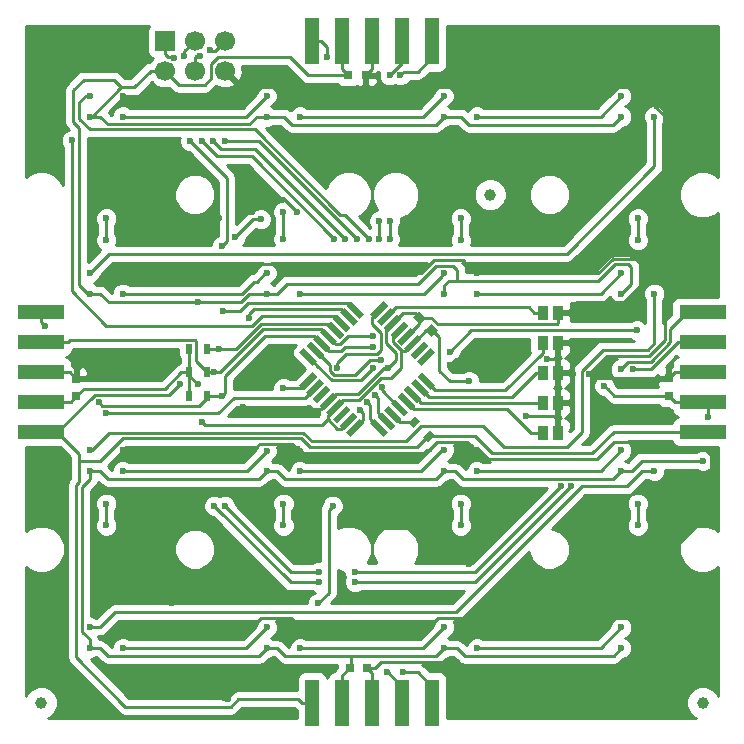
<source format=gbl>
G04 #@! TF.FileFunction,Copper,L2,Bot,Signal*
%FSLAX46Y46*%
G04 Gerber Fmt 4.6, Leading zero omitted, Abs format (unit mm)*
G04 Created by KiCad (PCBNEW 4.0.7-e2-6376~58~ubuntu16.04.1) date Tue Sep 19 16:55:53 2017*
%MOMM*%
%LPD*%
G01*
G04 APERTURE LIST*
%ADD10C,0.100000*%
%ADD11R,0.800000X0.750000*%
%ADD12R,0.750000X0.800000*%
%ADD13C,1.000000*%
%ADD14R,1.700000X1.700000*%
%ADD15C,1.700000*%
%ADD16R,0.970000X1.270000*%
%ADD17R,4.000000X1.270000*%
%ADD18R,1.270000X4.000000*%
%ADD19R,0.500000X0.900000*%
%ADD20C,0.600000*%
%ADD21C,0.250000*%
%ADD22C,0.254000*%
G04 APERTURE END LIST*
D10*
G36*
X34548008Y34582322D02*
X34017678Y34051992D01*
X33451992Y34617678D01*
X33982322Y35148008D01*
X34548008Y34582322D01*
X34548008Y34582322D01*
G37*
G36*
X35608668Y33521662D02*
X35078338Y32991332D01*
X34512652Y33557018D01*
X35042982Y34087348D01*
X35608668Y33521662D01*
X35608668Y33521662D01*
G37*
D11*
X29464000Y55118000D03*
X27964000Y55118000D03*
D12*
X55118000Y29464000D03*
X55118000Y27964000D03*
D11*
X29591000Y4953000D03*
X28091000Y4953000D03*
D12*
X4953000Y29440000D03*
X4953000Y27940000D03*
D13*
X58000000Y2000000D03*
X2000000Y2000000D03*
X40000000Y45000000D03*
D14*
X12460000Y58039000D03*
D15*
X12460000Y55499000D03*
X15000000Y58039000D03*
X15000000Y55499000D03*
X17540000Y58039000D03*
X17540000Y55499000D03*
D16*
X44459377Y24864309D03*
X45739377Y24864309D03*
X44459377Y27404309D03*
X45739377Y27404309D03*
X44449377Y29944309D03*
X45729377Y29944309D03*
X44459377Y32484309D03*
X45739377Y32484309D03*
X44459377Y35024309D03*
X45739377Y35024309D03*
D17*
X2000000Y35080000D03*
X2000000Y32540000D03*
X2000000Y30000000D03*
X2000000Y27460000D03*
X2000000Y24920000D03*
D18*
X35080000Y2000000D03*
X32540000Y2000000D03*
X30000000Y2000000D03*
X27460000Y2000000D03*
X24920000Y2000000D03*
X35080000Y58000000D03*
X32540000Y58000000D03*
X30000000Y58000000D03*
X27460000Y58000000D03*
X24920000Y58000000D03*
D17*
X58000000Y35080000D03*
X58000000Y32540000D03*
X58000000Y30000000D03*
X58000000Y27460000D03*
X58000000Y24920000D03*
D19*
X14503000Y27986000D03*
X16003000Y27986000D03*
X14502000Y29972000D03*
X16002000Y29972000D03*
X14503000Y31923000D03*
X16003000Y31923000D03*
D10*
G36*
X30996536Y35995243D02*
X31385445Y35606334D01*
X30254074Y34474963D01*
X29865165Y34863872D01*
X30996536Y35995243D01*
X30996536Y35995243D01*
G37*
G36*
X31562221Y35429557D02*
X31951130Y35040648D01*
X30819759Y33909277D01*
X30430850Y34298186D01*
X31562221Y35429557D01*
X31562221Y35429557D01*
G37*
G36*
X32127907Y34863872D02*
X32516816Y34474963D01*
X31385445Y33343592D01*
X30996536Y33732501D01*
X32127907Y34863872D01*
X32127907Y34863872D01*
G37*
G36*
X32693592Y34298187D02*
X33082501Y33909278D01*
X31951130Y32777907D01*
X31562221Y33166816D01*
X32693592Y34298187D01*
X32693592Y34298187D01*
G37*
G36*
X33259278Y33732501D02*
X33648187Y33343592D01*
X32516816Y32212221D01*
X32127907Y32601130D01*
X33259278Y33732501D01*
X33259278Y33732501D01*
G37*
G36*
X33824963Y33166816D02*
X34213872Y32777907D01*
X33082501Y31646536D01*
X32693592Y32035445D01*
X33824963Y33166816D01*
X33824963Y33166816D01*
G37*
G36*
X34390648Y32601130D02*
X34779557Y32212221D01*
X33648186Y31080850D01*
X33259277Y31469759D01*
X34390648Y32601130D01*
X34390648Y32601130D01*
G37*
G36*
X34956334Y32035445D02*
X35345243Y31646536D01*
X34213872Y30515165D01*
X33824963Y30904074D01*
X34956334Y32035445D01*
X34956334Y32035445D01*
G37*
G36*
X35345243Y28853464D02*
X34956334Y28464555D01*
X33824963Y29595926D01*
X34213872Y29984835D01*
X35345243Y28853464D01*
X35345243Y28853464D01*
G37*
G36*
X34779557Y28287779D02*
X34390648Y27898870D01*
X33259277Y29030241D01*
X33648186Y29419150D01*
X34779557Y28287779D01*
X34779557Y28287779D01*
G37*
G36*
X34213872Y27722093D02*
X33824963Y27333184D01*
X32693592Y28464555D01*
X33082501Y28853464D01*
X34213872Y27722093D01*
X34213872Y27722093D01*
G37*
G36*
X33648187Y27156408D02*
X33259278Y26767499D01*
X32127907Y27898870D01*
X32516816Y28287779D01*
X33648187Y27156408D01*
X33648187Y27156408D01*
G37*
G36*
X33082501Y26590722D02*
X32693592Y26201813D01*
X31562221Y27333184D01*
X31951130Y27722093D01*
X33082501Y26590722D01*
X33082501Y26590722D01*
G37*
G36*
X32516816Y26025037D02*
X32127907Y25636128D01*
X30996536Y26767499D01*
X31385445Y27156408D01*
X32516816Y26025037D01*
X32516816Y26025037D01*
G37*
G36*
X31951130Y25459352D02*
X31562221Y25070443D01*
X30430850Y26201814D01*
X30819759Y26590723D01*
X31951130Y25459352D01*
X31951130Y25459352D01*
G37*
G36*
X31385445Y24893666D02*
X30996536Y24504757D01*
X29865165Y25636128D01*
X30254074Y26025037D01*
X31385445Y24893666D01*
X31385445Y24893666D01*
G37*
G36*
X28945926Y26025037D02*
X29334835Y25636128D01*
X28203464Y24504757D01*
X27814555Y24893666D01*
X28945926Y26025037D01*
X28945926Y26025037D01*
G37*
G36*
X28380241Y26590723D02*
X28769150Y26201814D01*
X27637779Y25070443D01*
X27248870Y25459352D01*
X28380241Y26590723D01*
X28380241Y26590723D01*
G37*
G36*
X27814555Y27156408D02*
X28203464Y26767499D01*
X27072093Y25636128D01*
X26683184Y26025037D01*
X27814555Y27156408D01*
X27814555Y27156408D01*
G37*
G36*
X27248870Y27722093D02*
X27637779Y27333184D01*
X26506408Y26201813D01*
X26117499Y26590722D01*
X27248870Y27722093D01*
X27248870Y27722093D01*
G37*
G36*
X26683184Y28287779D02*
X27072093Y27898870D01*
X25940722Y26767499D01*
X25551813Y27156408D01*
X26683184Y28287779D01*
X26683184Y28287779D01*
G37*
G36*
X26117499Y28853464D02*
X26506408Y28464555D01*
X25375037Y27333184D01*
X24986128Y27722093D01*
X26117499Y28853464D01*
X26117499Y28853464D01*
G37*
G36*
X25551814Y29419150D02*
X25940723Y29030241D01*
X24809352Y27898870D01*
X24420443Y28287779D01*
X25551814Y29419150D01*
X25551814Y29419150D01*
G37*
G36*
X24986128Y29984835D02*
X25375037Y29595926D01*
X24243666Y28464555D01*
X23854757Y28853464D01*
X24986128Y29984835D01*
X24986128Y29984835D01*
G37*
G36*
X25375037Y30904074D02*
X24986128Y30515165D01*
X23854757Y31646536D01*
X24243666Y32035445D01*
X25375037Y30904074D01*
X25375037Y30904074D01*
G37*
G36*
X25940723Y31469759D02*
X25551814Y31080850D01*
X24420443Y32212221D01*
X24809352Y32601130D01*
X25940723Y31469759D01*
X25940723Y31469759D01*
G37*
G36*
X26506408Y32035445D02*
X26117499Y31646536D01*
X24986128Y32777907D01*
X25375037Y33166816D01*
X26506408Y32035445D01*
X26506408Y32035445D01*
G37*
G36*
X27072093Y32601130D02*
X26683184Y32212221D01*
X25551813Y33343592D01*
X25940722Y33732501D01*
X27072093Y32601130D01*
X27072093Y32601130D01*
G37*
G36*
X27637779Y33166816D02*
X27248870Y32777907D01*
X26117499Y33909278D01*
X26506408Y34298187D01*
X27637779Y33166816D01*
X27637779Y33166816D01*
G37*
G36*
X28203464Y33732501D02*
X27814555Y33343592D01*
X26683184Y34474963D01*
X27072093Y34863872D01*
X28203464Y33732501D01*
X28203464Y33732501D01*
G37*
G36*
X28769150Y34298186D02*
X28380241Y33909277D01*
X27248870Y35040648D01*
X27637779Y35429557D01*
X28769150Y34298186D01*
X28769150Y34298186D01*
G37*
G36*
X29334835Y34863872D02*
X28945926Y34474963D01*
X27814555Y35606334D01*
X28203464Y35995243D01*
X29334835Y34863872D01*
X29334835Y34863872D01*
G37*
G36*
X33101943Y25688371D02*
X33667629Y26254057D01*
X34091893Y25829793D01*
X33526207Y25264107D01*
X33101943Y25688371D01*
X33101943Y25688371D01*
G37*
G36*
X34304025Y24486289D02*
X34869711Y25051975D01*
X35293975Y24627711D01*
X34728289Y24062025D01*
X34304025Y24486289D01*
X34304025Y24486289D01*
G37*
D20*
X49657000Y28829000D03*
X6100000Y36625000D03*
X15241000Y35900000D03*
X15621000Y25781000D03*
X15240000Y28956000D03*
X58039000Y22479000D03*
X6100000Y21625000D03*
X21100000Y21625000D03*
X36100000Y21625000D03*
X51100000Y21625000D03*
X38227000Y29210000D03*
X58420000Y26162000D03*
X36100000Y36625000D03*
X51100000Y6625000D03*
X36100000Y6625000D03*
X21100000Y6625000D03*
X6100000Y6625000D03*
X51100000Y36625000D03*
X21100000Y36625000D03*
X51100000Y51625000D03*
X36100000Y51625000D03*
X21100000Y51625000D03*
X6100000Y51625000D03*
X31878000Y38375000D03*
X2413000Y10287000D03*
X6350000Y14224000D03*
X27813000Y10668000D03*
X43053000Y26289000D03*
X24003000Y30226000D03*
X20320000Y30480000D03*
X19050000Y27051000D03*
X25699988Y47625000D03*
X17018000Y43052998D03*
X13336000Y38375000D03*
X12319000Y41148000D03*
X19685000Y1270000D03*
X17780000Y2286000D03*
X15875000Y3810000D03*
X29211000Y8375000D03*
X21082000Y16510000D03*
X24003000Y14986000D03*
X29845000Y16764000D03*
X38227000Y13716000D03*
X44451000Y8375000D03*
X13082000Y8375000D03*
X13081000Y10414000D03*
X13081000Y18669000D03*
X13081000Y23368000D03*
X34798000Y46482000D03*
X44450000Y48895000D03*
X44451000Y53375000D03*
X31372174Y30356174D03*
X36576000Y30607000D03*
X44790212Y31079313D03*
X39370000Y31115000D03*
X5597000Y30734000D03*
X2794000Y47752000D03*
X6223000Y45720000D03*
X23622000Y43560998D03*
X19812000Y43561000D03*
X53900000Y38375000D03*
X48387000Y29845004D03*
X12700000Y30734000D03*
X46990000Y29845000D03*
X37211000Y5461000D03*
X23863003Y23310888D03*
X53900000Y8375000D03*
X38900000Y8375000D03*
X23900000Y8375000D03*
X8900000Y8375000D03*
X53900000Y23375000D03*
X38900000Y23375000D03*
X8900000Y23375000D03*
X38900000Y38375000D03*
X23900000Y38375000D03*
X8900000Y38375000D03*
X53900000Y53375000D03*
X38900000Y53375000D03*
X23900000Y53375000D03*
X8900000Y53375000D03*
X30861000Y28702000D03*
X29718000Y41275008D03*
X6100000Y53375000D03*
X17272010Y40640000D03*
X16256000Y57277002D03*
X14605000Y49530000D03*
X17019000Y31923000D03*
X29591000Y27431996D03*
X13264668Y56582979D03*
X27723999Y41279583D03*
X16548013Y49530000D03*
X28956000Y26797000D03*
X14096996Y56769000D03*
X26797008Y41275000D03*
X15621004Y49530000D03*
X30226000Y28067000D03*
X15412718Y56753618D03*
X28702000Y41275000D03*
X17526000Y49530000D03*
X20573992Y42926000D03*
X26162000Y56642000D03*
X18415000Y41402000D03*
X13716000Y28956000D03*
X6856533Y27441991D03*
X28575000Y13081000D03*
X32385000Y55118000D03*
X31496000Y42799000D03*
X31496000Y41275000D03*
X30099000Y32131000D03*
X51054000Y30226000D03*
X45974000Y20320000D03*
X32639000Y4572000D03*
X25527000Y13081000D03*
X17526000Y18669000D03*
X17272000Y27940000D03*
X2286000Y33908996D03*
X28575000Y12192000D03*
X31496000Y55118000D03*
X30607000Y42799000D03*
X30607000Y41275000D03*
X30099000Y33020000D03*
X52070000Y30226000D03*
X46863000Y20320000D03*
X31242000Y4572000D03*
X25527000Y12192000D03*
X16637000Y18669000D03*
X16637000Y29972000D03*
X8900000Y51625000D03*
X21100000Y53375000D03*
X36100000Y53375000D03*
X23900000Y51625000D03*
X38900000Y51625000D03*
X51100000Y53375000D03*
X6100000Y38375000D03*
X53900000Y51625000D03*
X21100000Y38375000D03*
X8900000Y36625000D03*
X36100529Y38363990D03*
X23900000Y36625000D03*
X51100000Y38375000D03*
X38900000Y36625000D03*
X6100000Y23375000D03*
X53900000Y36625000D03*
X21100000Y23308979D03*
X8900000Y21625000D03*
X36100000Y23375000D03*
X23900000Y21625000D03*
X51100000Y23375000D03*
X38900000Y21625000D03*
X6100000Y8375000D03*
X53900000Y21625000D03*
X21100000Y8375000D03*
X8900000Y6625000D03*
X36100000Y8375000D03*
X23900000Y6625000D03*
X51100000Y8375000D03*
X38900000Y6625000D03*
X7500001Y26500000D03*
X7500000Y18850000D03*
X7500000Y17000000D03*
X7500000Y41150000D03*
X7500000Y43000000D03*
X4581990Y49602574D03*
X22479000Y43561002D03*
X22500000Y41265010D03*
X22499999Y28621000D03*
X22500000Y18850000D03*
X22500000Y17000000D03*
X30099000Y30353000D03*
X37500000Y18850000D03*
X37500000Y17000000D03*
X37500000Y41150000D03*
X37500000Y43000000D03*
X30738413Y30981176D03*
X52450992Y33528000D03*
X36584463Y31727987D03*
X52500000Y18850000D03*
X52500000Y17000000D03*
X52500000Y41150000D03*
X52500000Y43000000D03*
X19600862Y34600862D03*
X17399000Y35179004D03*
X27060990Y30353000D03*
X25399138Y10399138D03*
X26670000Y18669000D03*
D21*
X6100000Y21625000D02*
X6100000Y20900000D01*
X6100000Y20900000D02*
X5461000Y20261000D01*
X5461000Y20261000D02*
X5461000Y7989000D01*
X5461000Y7989000D02*
X6100000Y7350000D01*
X6100000Y7350000D02*
X6100000Y6625000D01*
X49956999Y28529001D02*
X49657000Y28829000D01*
X55118000Y27964000D02*
X50522000Y27964000D01*
X50522000Y27964000D02*
X49956999Y28529001D01*
X38227000Y29210000D02*
X36576000Y29210000D01*
X36576000Y29210000D02*
X35670253Y30115747D01*
X35670253Y30115747D02*
X35670253Y32929747D01*
X35670253Y32929747D02*
X35414213Y33185787D01*
X35414213Y33185787D02*
X35060660Y33539340D01*
X14502000Y29972000D02*
X13843000Y29972000D01*
X13843000Y29972000D02*
X12461000Y28590000D01*
X12461000Y28590000D02*
X5578000Y28590000D01*
X5578000Y28590000D02*
X4953000Y27965000D01*
X4953000Y27965000D02*
X4953000Y27940000D01*
X26877639Y26961953D02*
X27514034Y27598348D01*
X27514034Y27598348D02*
X28869759Y27598348D01*
X28869759Y27598348D02*
X30735411Y29464000D01*
X30735411Y29464000D02*
X31623000Y29464000D01*
X31623000Y29464000D02*
X32454011Y30295011D01*
X32454011Y30295011D02*
X32454011Y31815392D01*
X32454011Y31815392D02*
X32190399Y32079003D01*
X32190399Y32079003D02*
X32092402Y32177000D01*
X15241000Y35900000D02*
X18880589Y35900000D01*
X19605589Y36625000D02*
X20225000Y36625000D01*
X18880589Y35900000D02*
X19605589Y36625000D01*
X20225000Y36625000D02*
X21100000Y36625000D01*
X6100000Y36625000D02*
X5950000Y36625000D01*
X6100000Y36625000D02*
X6975000Y36625000D01*
X6975000Y36625000D02*
X7700000Y35900000D01*
X7700000Y35900000D02*
X15241000Y35900000D01*
X8763000Y54102000D02*
X8891000Y54102000D01*
X8128000Y54737000D02*
X8763000Y54102000D01*
X5588000Y54737000D02*
X8128000Y54737000D01*
X4699000Y53848000D02*
X5588000Y54737000D01*
X5207000Y50673000D02*
X4699000Y51181000D01*
X5207000Y37368000D02*
X5207000Y50673000D01*
X5950000Y36625000D02*
X5207000Y37368000D01*
X4699000Y51181000D02*
X4699000Y53848000D01*
X9860919Y54102000D02*
X8891000Y54102000D01*
X8891000Y54102000D02*
X8727000Y54102000D01*
X26241244Y26007342D02*
X25760902Y25527000D01*
X25760902Y25527000D02*
X15875000Y25527000D01*
X15875000Y25527000D02*
X15621000Y25781000D01*
X14502000Y29972000D02*
X14502000Y29694000D01*
X14502000Y29694000D02*
X15240000Y28956000D01*
X57614736Y22479000D02*
X58039000Y22479000D01*
X52829000Y22479000D02*
X57614736Y22479000D01*
X51100000Y21625000D02*
X51975000Y21625000D01*
X51975000Y21625000D02*
X52829000Y22479000D01*
X6975000Y21625000D02*
X7645000Y20955000D01*
X6100000Y21625000D02*
X6975000Y21625000D01*
X20430000Y20955000D02*
X21100000Y21625000D01*
X7645000Y20955000D02*
X20430000Y20955000D01*
X21975000Y21625000D02*
X22645000Y20955000D01*
X21100000Y21625000D02*
X21975000Y21625000D01*
X35430000Y20955000D02*
X36100000Y21625000D01*
X22645000Y20955000D02*
X35430000Y20955000D01*
X36100000Y21625000D02*
X37049000Y21625000D01*
X37049000Y21625000D02*
X37719000Y20955000D01*
X50430000Y20955000D02*
X51100000Y21625000D01*
X37719000Y20955000D02*
X50430000Y20955000D01*
X31751024Y32518378D02*
X32092402Y32177000D01*
X32322361Y33538047D02*
X31751024Y32966710D01*
X31751024Y32966710D02*
X31751024Y32518378D01*
X58420000Y26162000D02*
X58420000Y27040000D01*
X58420000Y27040000D02*
X58000000Y27460000D01*
X12460000Y55499000D02*
X13635001Y54323999D01*
X13635001Y54323999D02*
X15842999Y54323999D01*
X24581998Y55118000D02*
X27314000Y55118000D01*
X16975999Y56674001D02*
X23025997Y56674001D01*
X23025997Y56674001D02*
X24581998Y55118000D01*
X15842999Y54323999D02*
X16364999Y54845999D01*
X16364999Y56063001D02*
X16975999Y56674001D01*
X27314000Y55118000D02*
X27964000Y55118000D01*
X16364999Y54845999D02*
X16364999Y56063001D01*
X8727000Y54102000D02*
X6250000Y51625000D01*
X6250000Y51625000D02*
X6100000Y51625000D01*
X12460000Y55499000D02*
X11257919Y55499000D01*
X11257919Y55499000D02*
X9860919Y54102000D01*
X20225000Y51625000D02*
X21100000Y51625000D01*
X19596011Y50996011D02*
X20225000Y51625000D01*
X7603989Y50996011D02*
X19596011Y50996011D01*
X6975000Y51625000D02*
X7603989Y50996011D01*
X6100000Y51625000D02*
X6975000Y51625000D01*
X26877639Y26961953D02*
X26241244Y26325558D01*
X27054398Y25194188D02*
X27372615Y25194188D01*
X27372615Y25194188D02*
X28009010Y25830583D01*
X26241244Y26325558D02*
X26241244Y26007342D01*
X26241244Y26007342D02*
X27054398Y25194188D01*
X32092402Y32177000D02*
X32499121Y31770281D01*
X14502000Y29972000D02*
X14502000Y27987000D01*
X14502000Y27987000D02*
X14503000Y27986000D01*
X14503000Y31923000D02*
X14503000Y29973000D01*
X14503000Y29973000D02*
X14502000Y29972000D01*
X14502000Y31922000D02*
X14503000Y31923000D01*
X36100000Y36625000D02*
X36100000Y37350000D01*
X36100000Y37350000D02*
X36486000Y37736000D01*
X36486000Y37736000D02*
X37211000Y37736000D01*
X28091000Y4953000D02*
X28091000Y4977000D01*
X28091000Y4977000D02*
X28195000Y5081000D01*
X28195000Y5081000D02*
X28195000Y5969000D01*
X22631000Y5969000D02*
X28195000Y5969000D01*
X28195000Y5969000D02*
X35444000Y5969000D01*
X37846000Y5969000D02*
X50444000Y5969000D01*
X50444000Y5969000D02*
X51100000Y6625000D01*
X37190000Y6625000D02*
X37846000Y5969000D01*
X36100000Y6625000D02*
X37190000Y6625000D01*
X35444000Y5969000D02*
X36100000Y6625000D01*
X21100000Y6625000D02*
X21975000Y6625000D01*
X21975000Y6625000D02*
X22631000Y5969000D01*
X7631000Y5969000D02*
X20444000Y5969000D01*
X20444000Y5969000D02*
X21100000Y6625000D01*
X6100000Y6625000D02*
X6975000Y6625000D01*
X6975000Y6625000D02*
X7631000Y5969000D01*
X36100000Y51625000D02*
X37529000Y51625000D01*
X37529000Y51625000D02*
X38227000Y50927000D01*
X38227000Y50927000D02*
X50402000Y50927000D01*
X50402000Y50927000D02*
X51100000Y51625000D01*
X21100000Y51625000D02*
X22543000Y51625000D01*
X22543000Y51625000D02*
X23241000Y50927000D01*
X35402000Y50927000D02*
X36100000Y51625000D01*
X23241000Y50927000D02*
X35402000Y50927000D01*
X37211000Y37736000D02*
X49166000Y37736000D01*
X49166000Y37736000D02*
X50546000Y39116000D01*
X51943000Y37468000D02*
X51100000Y36625000D01*
X50546000Y39116000D02*
X51689000Y39116000D01*
X51689000Y39116000D02*
X51943000Y38862000D01*
X51943000Y38862000D02*
X51943000Y37468000D01*
X37211000Y38608000D02*
X37211000Y37736000D01*
X36830000Y38989000D02*
X37211000Y38608000D01*
X35433000Y38989000D02*
X36830000Y38989000D01*
X33909000Y37465000D02*
X35433000Y38989000D01*
X22815000Y37465000D02*
X33909000Y37465000D01*
X21100000Y36625000D02*
X21975000Y36625000D01*
X21975000Y36625000D02*
X22815000Y37465000D01*
X27460000Y2000000D02*
X27460000Y4322000D01*
X27460000Y4322000D02*
X28091000Y4953000D01*
X32499121Y31770281D02*
X32817337Y31770281D01*
X32817337Y31770281D02*
X33453732Y32406676D01*
X33453732Y32406676D02*
X34586396Y33539340D01*
X34586396Y33539340D02*
X35060660Y33539340D01*
X58000000Y27460000D02*
X55622000Y27460000D01*
X55622000Y27460000D02*
X55118000Y27964000D01*
X27460000Y58000000D02*
X27460000Y55622000D01*
X27460000Y55622000D02*
X27964000Y55118000D01*
X2000000Y27460000D02*
X4473000Y27460000D01*
X4473000Y27460000D02*
X4953000Y27940000D01*
X31878000Y38375000D02*
X34182590Y38375000D01*
X23900000Y38375000D02*
X31878000Y38375000D01*
X55118000Y29464000D02*
X48768004Y29464000D01*
X13081000Y18669000D02*
X10795000Y18669000D01*
X10795000Y18669000D02*
X6350000Y14224000D01*
X45739377Y27404309D02*
X45739377Y26519309D01*
X45739377Y26519309D02*
X45509068Y26289000D01*
X45509068Y26289000D02*
X43053000Y26289000D01*
X20320000Y30480000D02*
X23749000Y30480000D01*
X23749000Y30480000D02*
X24003000Y30226000D01*
X26311953Y27527639D02*
X25675558Y26891244D01*
X25675558Y26891244D02*
X19209756Y26891244D01*
X19209756Y26891244D02*
X19050000Y27051000D01*
X20111999Y43860999D02*
X20955000Y44704000D01*
X20955000Y44704000D02*
X22478998Y44704000D01*
X22478998Y44704000D02*
X23322001Y43860997D01*
X23322001Y43860997D02*
X23622000Y43560998D01*
X14223998Y43052998D02*
X16593736Y43052998D01*
X16593736Y43052998D02*
X17018000Y43052998D01*
X12319000Y41148000D02*
X14223998Y43052998D01*
X19833000Y38375000D02*
X20574000Y39116000D01*
X23159000Y39116000D02*
X23900000Y38375000D01*
X8900000Y38375000D02*
X13336000Y38375000D01*
X20574000Y39116000D02*
X23159000Y39116000D01*
X13336000Y38375000D02*
X19833000Y38375000D01*
X12319000Y42037000D02*
X8636000Y45720000D01*
X8636000Y45720000D02*
X6223000Y45720000D01*
X12319000Y41148000D02*
X12319000Y42037000D01*
X15875000Y3810000D02*
X17399000Y2286000D01*
X17399000Y2286000D02*
X17780000Y2286000D01*
X29211000Y8375000D02*
X34791000Y8375000D01*
X23900000Y8375000D02*
X29211000Y8375000D01*
X24003000Y14986000D02*
X22606000Y14986000D01*
X22606000Y14986000D02*
X21082000Y16510000D01*
X35179000Y16764000D02*
X29845000Y16764000D01*
X38227000Y13716000D02*
X35179000Y16764000D01*
X44451000Y8375000D02*
X49777000Y8375000D01*
X38900000Y8375000D02*
X44451000Y8375000D01*
X8900000Y8375000D02*
X13082000Y8375000D01*
X13082000Y8375000D02*
X19805000Y8375000D01*
X13081000Y18669000D02*
X13081000Y10414000D01*
X23863003Y23310888D02*
X23239902Y23933989D01*
X23239902Y23933989D02*
X20504989Y23933989D01*
X20504989Y23933989D02*
X19939000Y23368000D01*
X19939000Y23368000D02*
X13081000Y23368000D01*
X13074000Y23375000D02*
X13081000Y23368000D01*
X8900000Y23375000D02*
X13074000Y23375000D01*
X44450000Y48895000D02*
X42037000Y46482000D01*
X42037000Y46482000D02*
X34798000Y46482000D01*
X44451000Y53375000D02*
X50073000Y53375000D01*
X38900000Y53375000D02*
X44451000Y53375000D01*
X39370000Y31115000D02*
X37084000Y31115000D01*
X37084000Y31115000D02*
X36576000Y30607000D01*
X26311953Y27527639D02*
X26948348Y28164034D01*
X26948348Y28164034D02*
X28799034Y28164034D01*
X28799034Y28164034D02*
X30991174Y30356174D01*
X30991174Y30356174D02*
X31372174Y30356174D01*
X31372174Y30356174D02*
X32004000Y30988000D01*
X32004000Y30988000D02*
X32004000Y31628992D01*
X32004000Y31628992D02*
X31174013Y32458979D01*
X31174013Y32458979D02*
X31174013Y33521069D01*
X31174013Y33521069D02*
X31756676Y34103732D01*
X45729377Y29944309D02*
X45729377Y30829309D01*
X45214476Y31079313D02*
X44790212Y31079313D01*
X45479373Y31079313D02*
X45214476Y31079313D01*
X45729377Y30829309D02*
X45479373Y31079313D01*
X19939000Y43688000D02*
X20111999Y43860999D01*
X19812000Y43561000D02*
X20111999Y43860999D01*
X53900000Y53375000D02*
X53900000Y52550002D01*
X53900000Y52550002D02*
X54737000Y51713002D01*
X54737000Y51713002D02*
X54737000Y39116000D01*
X54737000Y39116000D02*
X53996000Y38375000D01*
X53996000Y38375000D02*
X53900000Y38375000D01*
X51316000Y35941000D02*
X53750000Y38375000D01*
X53750000Y38375000D02*
X53900000Y38375000D01*
X52558991Y39566009D02*
X53750000Y38375000D01*
X53900000Y23375000D02*
X58286000Y23375000D01*
X58286000Y23375000D02*
X58674000Y22987000D01*
X58674000Y22987000D02*
X58674000Y18153002D01*
X58674000Y18153002D02*
X53900000Y13379002D01*
X53900000Y13379002D02*
X53900000Y9100000D01*
X53900000Y9100000D02*
X53900000Y8375000D01*
X38900000Y23375000D02*
X38750000Y23375000D01*
X38750000Y23375000D02*
X38025000Y24100000D01*
X38025000Y24100000D02*
X35530000Y24100000D01*
X35530000Y24100000D02*
X34544000Y23114000D01*
X24059891Y23114000D02*
X23863003Y23310888D01*
X34544000Y23114000D02*
X24059891Y23114000D01*
X48387000Y29845004D02*
X49910996Y31369000D01*
X49910996Y31369000D02*
X53464180Y31369000D01*
X54050000Y38375000D02*
X53900000Y38375000D01*
X54775000Y32679820D02*
X54775000Y37650000D01*
X53464180Y31369000D02*
X54775000Y32679820D01*
X54775000Y37650000D02*
X54050000Y38375000D01*
X48768004Y29464000D02*
X48686999Y29545005D01*
X48686999Y29545005D02*
X48387000Y29845004D01*
X5597000Y30734000D02*
X12700000Y30734000D01*
X4953000Y29440000D02*
X4953000Y30090000D01*
X4953000Y30090000D02*
X5597000Y30734000D01*
X36786736Y5461000D02*
X37211000Y5461000D01*
X30749000Y5461000D02*
X36786736Y5461000D01*
X30241000Y4953000D02*
X30749000Y5461000D01*
X29591000Y4953000D02*
X30241000Y4953000D01*
X45636068Y34036000D02*
X35553966Y34036000D01*
X35553966Y34036000D02*
X34989966Y34600000D01*
X34989966Y34600000D02*
X34630330Y34600000D01*
X34630330Y34600000D02*
X34000000Y34600000D01*
X45739377Y35024309D02*
X45739377Y34139309D01*
X45739377Y34139309D02*
X45636068Y34036000D01*
X45729377Y29944309D02*
X45729377Y32474309D01*
X45729377Y32474309D02*
X45739377Y32484309D01*
X45739377Y27404309D02*
X45739377Y29934309D01*
X45739377Y29934309D02*
X45729377Y29944309D01*
X45739377Y24864309D02*
X45739377Y25749309D01*
X45739377Y25749309D02*
X45739377Y27404309D01*
X46990000Y29845000D02*
X45828686Y29845000D01*
X45828686Y29845000D02*
X45729377Y29944309D01*
X23900000Y53375000D02*
X29465000Y53375000D01*
X29465000Y53375000D02*
X34833000Y53375000D01*
X29464000Y55118000D02*
X29464000Y53376000D01*
X29464000Y53376000D02*
X29465000Y53375000D01*
X17540000Y55499000D02*
X18389999Y54649001D01*
X18389999Y54649001D02*
X20022999Y54649001D01*
X20022999Y54649001D02*
X20572000Y54100000D01*
X8900000Y53375000D02*
X19847000Y53375000D01*
X19847000Y53375000D02*
X20572000Y54100000D01*
X20572000Y54100000D02*
X23025000Y54100000D01*
X23025000Y54100000D02*
X23750000Y53375000D01*
X23750000Y53375000D02*
X23900000Y53375000D01*
X38900000Y23375000D02*
X39050000Y23375000D01*
X53750000Y23375000D02*
X53900000Y23375000D01*
X49066000Y22650000D02*
X50516000Y24100000D01*
X39050000Y23375000D02*
X39775000Y22650000D01*
X53025000Y24100000D02*
X53750000Y23375000D01*
X50516000Y24100000D02*
X53025000Y24100000D01*
X39775000Y22650000D02*
X49066000Y22650000D01*
X47391068Y35941000D02*
X51316000Y35941000D01*
X45739377Y35024309D02*
X46474377Y35024309D01*
X46474377Y35024309D02*
X47391068Y35941000D01*
X50359599Y39566009D02*
X52558991Y39566009D01*
X49168590Y38375000D02*
X50359599Y39566009D01*
X38900000Y38375000D02*
X49168590Y38375000D01*
X38750000Y38375000D02*
X38900000Y38375000D01*
X37685991Y39439009D02*
X38750000Y38375000D01*
X35246599Y39439009D02*
X37685991Y39439009D01*
X34182590Y38375000D02*
X35246599Y39439009D01*
X34791000Y8375000D02*
X35560000Y9144000D01*
X35560000Y9144000D02*
X38131000Y9144000D01*
X38131000Y9144000D02*
X38900000Y8375000D01*
X53131000Y9144000D02*
X53900000Y8375000D01*
X49777000Y8375000D02*
X50546000Y9144000D01*
X50546000Y9144000D02*
X53131000Y9144000D01*
X20574000Y9144000D02*
X23131000Y9144000D01*
X23131000Y9144000D02*
X23900000Y8375000D01*
X19805000Y8375000D02*
X20574000Y9144000D01*
X34833000Y53375000D02*
X35560000Y54102000D01*
X35560000Y54102000D02*
X38173000Y54102000D01*
X38173000Y54102000D02*
X38900000Y53375000D01*
X50800000Y54102000D02*
X53173000Y54102000D01*
X53173000Y54102000D02*
X53900000Y53375000D01*
X50073000Y53375000D02*
X50800000Y54102000D01*
X30000000Y2000000D02*
X30000000Y4544000D01*
X30000000Y4544000D02*
X29591000Y4953000D01*
X34000000Y34600000D02*
X33646447Y34953553D01*
X33646447Y34953553D02*
X32606497Y34953553D01*
X32606497Y34953553D02*
X32393071Y34740127D01*
X32393071Y34740127D02*
X31756676Y34103732D01*
X32888047Y32972361D02*
X34000000Y34084314D01*
X34000000Y34084314D02*
X34000000Y34600000D01*
X58000000Y30000000D02*
X55654000Y30000000D01*
X55654000Y30000000D02*
X55118000Y29464000D01*
X30000000Y58000000D02*
X30000000Y55654000D01*
X30000000Y55654000D02*
X29464000Y55118000D01*
X2000000Y30000000D02*
X4393000Y30000000D01*
X4393000Y30000000D02*
X4953000Y29440000D01*
X6100000Y53375000D02*
X5750000Y53375000D01*
X27288411Y43324999D02*
X27668009Y43324999D01*
X27668009Y43324999D02*
X29418001Y41575007D01*
X5750000Y53375000D02*
X5207000Y52832000D01*
X5207000Y52832000D02*
X5207000Y51435000D01*
X5207000Y51435000D02*
X6096000Y50546000D01*
X6096000Y50546000D02*
X20067410Y50546000D01*
X20067410Y50546000D02*
X27288411Y43324999D01*
X29418001Y41575007D02*
X29718000Y41275008D01*
X32322361Y26961953D02*
X32322361Y26986639D01*
X32322361Y26986639D02*
X30861000Y28448000D01*
X30861000Y28448000D02*
X30861000Y28702000D01*
X17572009Y40939999D02*
X17272010Y40640000D01*
X17698995Y41066985D02*
X17572009Y40939999D01*
X17698995Y46436005D02*
X17698995Y41066985D01*
X14605000Y49530000D02*
X17698995Y46436005D01*
X16690001Y57189001D02*
X16344001Y57189001D01*
X17540000Y58039000D02*
X16690001Y57189001D01*
X16344001Y57189001D02*
X16256000Y57277002D01*
X17019000Y31923000D02*
X18462410Y31923000D01*
X16003000Y31923000D02*
X17019000Y31923000D01*
X18462410Y31923000D02*
X20622377Y34082967D01*
X20622377Y34082967D02*
X26332719Y34082967D01*
X26332719Y34082967D02*
X26877639Y33538047D01*
X29717996Y27305000D02*
X29591000Y27431996D01*
X29718000Y27305000D02*
X29717996Y27305000D01*
X29845000Y27178000D02*
X29718000Y27305000D01*
X29845000Y26045202D02*
X29845000Y27178000D01*
X30625305Y25264897D02*
X29845000Y26045202D01*
X13205643Y56642004D02*
X13264668Y56582979D01*
X12460000Y58039000D02*
X12460000Y56939000D01*
X12756996Y56642004D02*
X13205643Y56642004D01*
X12460000Y56939000D02*
X12756996Y56642004D01*
X27723999Y41279583D02*
X20108582Y48895000D01*
X20108582Y48895000D02*
X17183013Y48895000D01*
X17183013Y48895000D02*
X16848012Y49230001D01*
X16848012Y49230001D02*
X16548013Y49530000D01*
X29211090Y26541910D02*
X28956000Y26797000D01*
X29211090Y25901292D02*
X29211090Y26541910D01*
X28574695Y25264897D02*
X29211090Y25901292D01*
X14096996Y57135996D02*
X14096996Y56769000D01*
X15000000Y58039000D02*
X14096996Y57135996D01*
X26797008Y41275000D02*
X19812008Y48260000D01*
X16891004Y48260000D02*
X15921003Y49230001D01*
X19812008Y48260000D02*
X16891004Y48260000D01*
X15921003Y49230001D02*
X15621004Y49530000D01*
X30480000Y27813000D02*
X30226000Y28067000D01*
X30480000Y26541573D02*
X30480000Y27813000D01*
X31190990Y25830583D02*
X30480000Y26541573D01*
X15000000Y56701081D02*
X15052537Y56753618D01*
X15000000Y55499000D02*
X15000000Y56701081D01*
X15052537Y56753618D02*
X15412718Y56753618D01*
X17526000Y49530000D02*
X20447000Y49530000D01*
X20447000Y49530000D02*
X28402001Y41574999D01*
X28402001Y41574999D02*
X28702000Y41275000D01*
X5207000Y22479000D02*
X5207000Y20701000D01*
X5207000Y20701000D02*
X4953000Y20447000D01*
X24035000Y2000000D02*
X24920000Y2000000D01*
X4953000Y20447000D02*
X4953000Y5826002D01*
X4953000Y5826002D02*
X9118004Y1660998D01*
X9118004Y1660998D02*
X18066000Y1660998D01*
X18066000Y1660998D02*
X18691002Y2286000D01*
X18691002Y2286000D02*
X23749000Y2286000D01*
X23749000Y2286000D02*
X24035000Y2000000D01*
X5207000Y22479000D02*
X5207000Y23078000D01*
X5207000Y23078000D02*
X3365000Y24920000D01*
X3365000Y24920000D02*
X2000000Y24920000D01*
X34799000Y24557000D02*
X34717000Y24557000D01*
X34717000Y24557000D02*
X33782000Y23622000D01*
X33782000Y23622000D02*
X24765000Y23622000D01*
X24765000Y23622000D02*
X24003000Y24384000D01*
X24003000Y24384000D02*
X8890000Y24384000D01*
X8890000Y24384000D02*
X6985000Y22479000D01*
X6985000Y22479000D02*
X5207000Y22479000D01*
X3365000Y24920000D02*
X6512000Y28067000D01*
X12827000Y28067000D02*
X13716000Y28956000D01*
X6512000Y28067000D02*
X12827000Y28067000D01*
X26162000Y56642000D02*
X26162000Y57531000D01*
X26162000Y57531000D02*
X25693000Y58000000D01*
X25693000Y58000000D02*
X24920000Y58000000D01*
X20149728Y42926000D02*
X20573992Y42926000D01*
X19939000Y42926000D02*
X20149728Y42926000D01*
X18415000Y41402000D02*
X19939000Y42926000D01*
X34799000Y24557000D02*
X38689000Y24557000D01*
X38689000Y24557000D02*
X40132000Y23114000D01*
X40132000Y23114000D02*
X48641000Y23114000D01*
X48641000Y23114000D02*
X50447000Y24920000D01*
X50447000Y24920000D02*
X55750000Y24920000D01*
X55750000Y24920000D02*
X58000000Y24920000D01*
X16003000Y27786000D02*
X15358992Y27141992D01*
X7156532Y27141992D02*
X6856533Y27441991D01*
X15358992Y27141992D02*
X7156532Y27141992D01*
X16003000Y27986000D02*
X16003000Y27786000D01*
X38735000Y13081000D02*
X28999264Y13081000D01*
X45974000Y20320000D02*
X38735000Y13081000D01*
X28999264Y13081000D02*
X28575000Y13081000D01*
X25746268Y32406676D02*
X25109873Y33043071D01*
X25109873Y33043071D02*
X20978071Y33043071D01*
X20978071Y33043071D02*
X17571999Y29636999D01*
X17571999Y29636999D02*
X17571999Y28239999D01*
X17571999Y28239999D02*
X17272000Y27940000D01*
X32385000Y55118000D02*
X32684999Y55417999D01*
X32684999Y55417999D02*
X33862999Y55417999D01*
X33862999Y55417999D02*
X35080000Y56635000D01*
X35080000Y56635000D02*
X35080000Y58000000D01*
X31496000Y41275000D02*
X31496000Y42799000D01*
X29674736Y32131000D02*
X30099000Y32131000D01*
X27698009Y32131000D02*
X29674736Y32131000D01*
X26382663Y31770281D02*
X27337290Y31770281D01*
X27337290Y31770281D02*
X27698009Y32131000D01*
X25746268Y32406676D02*
X26382663Y31770281D01*
X51689000Y30861000D02*
X51353999Y30525999D01*
X51353999Y30525999D02*
X51054000Y30226000D01*
X55225011Y32493421D02*
X53592590Y30861000D01*
X55225011Y33670011D02*
X55225011Y32493421D01*
X56635000Y35080000D02*
X55225011Y33670011D01*
X58000000Y35080000D02*
X56635000Y35080000D01*
X53592590Y30861000D02*
X51689000Y30861000D01*
X32639000Y4572000D02*
X33873000Y4572000D01*
X33873000Y4572000D02*
X35080000Y3365000D01*
X35080000Y3365000D02*
X35080000Y2000000D01*
X17825999Y18369001D02*
X23114000Y13081000D01*
X23114000Y13081000D02*
X25527000Y13081000D01*
X17526000Y18669000D02*
X17825999Y18369001D01*
X17226000Y27986000D02*
X17272000Y27940000D01*
X16003000Y27986000D02*
X17226000Y27986000D01*
X2000000Y34194996D02*
X2286000Y33908996D01*
X2000000Y35080000D02*
X2000000Y34194996D01*
X28999264Y12192000D02*
X28575000Y12192000D01*
X38735000Y12192000D02*
X28999264Y12192000D01*
X46863000Y20320000D02*
X38735000Y12192000D01*
X31496000Y55118000D02*
X32540000Y56162000D01*
X32540000Y56162000D02*
X32540000Y58000000D01*
X30607000Y41275000D02*
X30607000Y42799000D01*
X27266564Y32335966D02*
X27950598Y33020000D01*
X26311953Y32972361D02*
X26948348Y32335966D01*
X26948348Y32335966D02*
X27266564Y32335966D01*
X27950598Y33020000D02*
X30099000Y33020000D01*
X52494264Y30226000D02*
X52070000Y30226000D01*
X58000000Y32540000D02*
X55908000Y32540000D01*
X53594000Y30226000D02*
X52494264Y30226000D01*
X55908000Y32540000D02*
X53594000Y30226000D01*
X31333000Y4572000D02*
X31242000Y4572000D01*
X32540000Y3365000D02*
X31333000Y4572000D01*
X32540000Y2000000D02*
X32540000Y3365000D01*
X16637000Y18669000D02*
X23114000Y12192000D01*
X23114000Y12192000D02*
X25527000Y12192000D01*
X17147821Y29972000D02*
X16637000Y29972000D01*
X16002000Y29972000D02*
X16637000Y29972000D01*
X20784577Y33608756D02*
X17147821Y29972000D01*
X25675558Y33608756D02*
X20784577Y33608756D01*
X26311953Y32972361D02*
X25675558Y33608756D01*
X16002000Y29972000D02*
X15078001Y30895999D01*
X15078001Y30895999D02*
X15078001Y32633001D01*
X15078001Y32633001D02*
X15013001Y32698001D01*
X15013001Y32698001D02*
X4408001Y32698001D01*
X4250000Y32540000D02*
X2000000Y32540000D01*
X4408001Y32698001D02*
X4250000Y32540000D01*
X44459377Y24864309D02*
X43461691Y24864309D01*
X43461691Y24864309D02*
X41434756Y26891244D01*
X41434756Y26891244D02*
X33524442Y26891244D01*
X33524442Y26891244D02*
X32888047Y27527639D01*
X44459377Y27404309D02*
X34142747Y27404309D01*
X34142747Y27404309D02*
X33453732Y28093324D01*
X44449377Y29944309D02*
X43914309Y29944309D01*
X43914309Y29944309D02*
X41854291Y27884291D01*
X41854291Y27884291D02*
X34794136Y27884291D01*
X34794136Y27884291D02*
X34655812Y28022615D01*
X34655812Y28022615D02*
X34019417Y28659010D01*
X34585103Y29224695D02*
X35361798Y28448000D01*
X35361798Y28448000D02*
X41275000Y28448000D01*
X41275000Y28448000D02*
X44459377Y31632377D01*
X44459377Y31632377D02*
X44459377Y32484309D01*
X44459377Y32484309D02*
X44459377Y32334309D01*
X31827385Y35305812D02*
X31190990Y34669417D01*
X31994591Y35473018D02*
X31827385Y35305812D01*
X43275668Y35473018D02*
X31994591Y35473018D01*
X43724377Y35024309D02*
X43275668Y35473018D01*
X44459377Y35024309D02*
X43724377Y35024309D01*
X31756676Y26396268D02*
X32393862Y25759082D01*
X32393862Y25759082D02*
X33596918Y25759082D01*
X31756676Y26396268D02*
X31756676Y26338160D01*
X8900000Y51625000D02*
X19350000Y51625000D01*
X19350000Y51625000D02*
X21100000Y53375000D01*
X23900000Y51625000D02*
X34350000Y51625000D01*
X34350000Y51625000D02*
X36100000Y53375000D01*
X49350000Y51625000D02*
X51100000Y53375000D01*
X38900000Y51625000D02*
X49350000Y51625000D01*
X46482000Y40005000D02*
X7730000Y40005000D01*
X7730000Y40005000D02*
X6100000Y38375000D01*
X53900000Y47423000D02*
X46482000Y40005000D01*
X53900000Y51625000D02*
X53900000Y47423000D01*
X20950000Y38375000D02*
X21100000Y38375000D01*
X20225000Y37650000D02*
X20950000Y38375000D01*
X19994178Y37650000D02*
X20225000Y37650000D01*
X18969178Y36625000D02*
X19994178Y37650000D01*
X8900000Y36625000D02*
X18969178Y36625000D01*
X35800530Y38063991D02*
X36100529Y38363990D01*
X34361539Y36625000D02*
X35800530Y38063991D01*
X23900000Y36625000D02*
X34361539Y36625000D01*
X38900000Y36625000D02*
X49350000Y36625000D01*
X49350000Y36625000D02*
X51100000Y38375000D01*
X53900000Y36625000D02*
X53900000Y32441230D01*
X53900000Y32441230D02*
X53335770Y31877000D01*
X53335770Y31877000D02*
X49530000Y31877000D01*
X49530000Y31877000D02*
X47752000Y30099000D01*
X46482000Y23622000D02*
X41148000Y23622000D01*
X47752000Y30099000D02*
X47752000Y24892000D01*
X7709011Y24834011D02*
X6250000Y23375000D01*
X47752000Y24892000D02*
X46482000Y23622000D01*
X41148000Y23622000D02*
X39370000Y25400000D01*
X39370000Y25400000D02*
X34121736Y25400000D01*
X34121736Y25400000D02*
X32851736Y24130000D01*
X24189400Y24834011D02*
X7709011Y24834011D01*
X6250000Y23375000D02*
X6100000Y23375000D01*
X32851736Y24130000D02*
X24893411Y24130000D01*
X24893411Y24130000D02*
X24189400Y24834011D01*
X20800001Y23008980D02*
X21100000Y23308979D01*
X8900000Y21625000D02*
X19416021Y21625000D01*
X19416021Y21625000D02*
X20800001Y23008980D01*
X27059199Y21578980D02*
X34153980Y21578980D01*
X35950000Y23375000D02*
X36100000Y23375000D01*
X23900000Y21625000D02*
X27013179Y21625000D01*
X27013179Y21625000D02*
X27059199Y21578980D01*
X34153980Y21578980D02*
X35950000Y23375000D01*
X38900000Y21625000D02*
X49350000Y21625000D01*
X49350000Y21625000D02*
X51100000Y23375000D01*
X53900000Y21625000D02*
X52867000Y21625000D01*
X51562000Y20320000D02*
X47752000Y20320000D01*
X8252000Y9652000D02*
X6975000Y8375000D01*
X52867000Y21625000D02*
X51562000Y20320000D01*
X47752000Y20320000D02*
X37084000Y9652000D01*
X37084000Y9652000D02*
X8252000Y9652000D01*
X6975000Y8375000D02*
X6100000Y8375000D01*
X8900000Y6625000D02*
X19350000Y6625000D01*
X19350000Y6625000D02*
X21100000Y8375000D01*
X23900000Y6625000D02*
X34350000Y6625000D01*
X34350000Y6625000D02*
X36100000Y8375000D01*
X38900000Y6625000D02*
X49350000Y6625000D01*
X49350000Y6625000D02*
X51100000Y8375000D01*
X25180583Y28659010D02*
X24334573Y27813000D01*
X24334573Y27813000D02*
X18288000Y27813000D01*
X18288000Y27813000D02*
X16975000Y26500000D01*
X16975000Y26500000D02*
X15705000Y26500000D01*
X15705000Y26500000D02*
X7500001Y26500000D01*
X7500000Y17000000D02*
X7500000Y18850000D01*
X7500000Y43000000D02*
X7500000Y41150000D01*
X27443324Y34103732D02*
X26806929Y34740127D01*
X26806929Y34740127D02*
X20643127Y34740127D01*
X20643127Y34740127D02*
X19812000Y33909000D01*
X19812000Y33909000D02*
X7493000Y33909000D01*
X7493000Y33909000D02*
X4581990Y36820010D01*
X4581990Y36820010D02*
X4581990Y49178310D01*
X4581990Y49178310D02*
X4581990Y49602574D01*
X22500000Y43540002D02*
X22479000Y43561002D01*
X22500000Y41265010D02*
X22500000Y43540002D01*
X22499999Y28621000D02*
X24011202Y28621000D01*
X24011202Y28621000D02*
X24614897Y29224695D01*
X22500000Y17000000D02*
X22500000Y18850000D01*
X29799001Y30053001D02*
X30099000Y30353000D01*
X29023988Y29277988D02*
X29799001Y30053001D01*
X26574589Y29277988D02*
X27732708Y29277989D01*
X25251292Y30601285D02*
X26574589Y29277988D01*
X27732708Y29277989D02*
X29023988Y29277988D01*
X24614897Y31275305D02*
X25251292Y30638910D01*
X25251292Y30638910D02*
X25251292Y30601285D01*
X37500000Y17000000D02*
X37500000Y18850000D01*
X37500000Y43000000D02*
X37500000Y41150000D01*
X30314149Y30981176D02*
X30738413Y30981176D01*
X26760988Y29727998D02*
X28584999Y29727999D01*
X26435988Y30052998D02*
X26760988Y29727998D01*
X25180583Y31840990D02*
X26435988Y30585585D01*
X26435988Y30585585D02*
X26435988Y30052998D01*
X29838176Y30981176D02*
X30314149Y30981176D01*
X28584999Y29727999D02*
X29838176Y30981176D01*
X52026728Y33528000D02*
X52450992Y33528000D01*
X36584463Y31727987D02*
X38384476Y33528000D01*
X38384476Y33528000D02*
X52026728Y33528000D01*
X52500000Y17000000D02*
X52500000Y18850000D01*
X52500000Y43000000D02*
X52500000Y41150000D01*
X28009010Y34669417D02*
X27372615Y35305812D01*
X27372615Y35305812D02*
X19993680Y35305812D01*
X19993680Y35305812D02*
X19600862Y34912994D01*
X19600862Y34912994D02*
X19600862Y34600862D01*
X19488498Y35871498D02*
X18796004Y35179004D01*
X17823264Y35179004D02*
X17399000Y35179004D01*
X18796004Y35179004D02*
X17823264Y35179004D01*
X28574695Y35235103D02*
X27938300Y35871498D01*
X27938300Y35871498D02*
X19488498Y35871498D01*
X30625305Y35235103D02*
X29988910Y34598708D01*
X29988910Y34598708D02*
X29988910Y34055094D01*
X29988910Y34055094D02*
X30724002Y33320002D01*
X30724002Y33320002D02*
X30724002Y31830998D01*
X30724002Y31830998D02*
X30399002Y31505998D01*
X27822998Y31505998D02*
X27060990Y30743990D01*
X27060990Y30743990D02*
X27060990Y30353000D01*
X30399002Y31505998D02*
X27822998Y31505998D01*
X26670000Y18669000D02*
X26324999Y18323999D01*
X26324999Y18323999D02*
X26324999Y11324999D01*
X26324999Y11324999D02*
X25399138Y10399138D01*
D22*
G36*
X4447000Y22763198D02*
X4447000Y21015802D01*
X4415599Y20984401D01*
X4250852Y20737839D01*
X4193000Y20447000D01*
X4193000Y5826002D01*
X4250852Y5535163D01*
X4415599Y5288601D01*
X8580603Y1123597D01*
X8827165Y958850D01*
X9118004Y900998D01*
X18066000Y900998D01*
X18356839Y958850D01*
X18603401Y1123597D01*
X19005804Y1526000D01*
X23434198Y1526000D01*
X23497599Y1462599D01*
X23637560Y1369080D01*
X23637560Y710000D01*
X2536207Y710000D01*
X2790303Y814990D01*
X3183629Y1207630D01*
X3396757Y1720900D01*
X3397242Y2276661D01*
X3185010Y2790303D01*
X2792370Y3183629D01*
X2279100Y3396757D01*
X1723339Y3397242D01*
X1209697Y3185010D01*
X816371Y2792370D01*
X710000Y2536200D01*
X710000Y13482588D01*
X874120Y13318181D01*
X1603427Y13015346D01*
X2393109Y13014657D01*
X3122943Y13316218D01*
X3681819Y13874120D01*
X3984654Y14603427D01*
X3985343Y15393109D01*
X3683782Y16122943D01*
X3125880Y16681819D01*
X2396573Y16984654D01*
X1606891Y16985343D01*
X877057Y16683782D01*
X710000Y16517016D01*
X710000Y23637560D01*
X3572638Y23637560D01*
X4447000Y22763198D01*
X4447000Y22763198D01*
G37*
X4447000Y22763198D02*
X4447000Y21015802D01*
X4415599Y20984401D01*
X4250852Y20737839D01*
X4193000Y20447000D01*
X4193000Y5826002D01*
X4250852Y5535163D01*
X4415599Y5288601D01*
X8580603Y1123597D01*
X8827165Y958850D01*
X9118004Y900998D01*
X18066000Y900998D01*
X18356839Y958850D01*
X18603401Y1123597D01*
X19005804Y1526000D01*
X23434198Y1526000D01*
X23497599Y1462599D01*
X23637560Y1369080D01*
X23637560Y710000D01*
X2536207Y710000D01*
X2790303Y814990D01*
X3183629Y1207630D01*
X3396757Y1720900D01*
X3397242Y2276661D01*
X3185010Y2790303D01*
X2792370Y3183629D01*
X2279100Y3396757D01*
X1723339Y3397242D01*
X1209697Y3185010D01*
X816371Y2792370D01*
X710000Y2536200D01*
X710000Y13482588D01*
X874120Y13318181D01*
X1603427Y13015346D01*
X2393109Y13014657D01*
X3122943Y13316218D01*
X3681819Y13874120D01*
X3984654Y14603427D01*
X3985343Y15393109D01*
X3683782Y16122943D01*
X3125880Y16681819D01*
X2396573Y16984654D01*
X1606891Y16985343D01*
X877057Y16683782D01*
X710000Y16517016D01*
X710000Y23637560D01*
X3572638Y23637560D01*
X4447000Y22763198D01*
G36*
X55396838Y24049683D02*
X55535910Y23833559D01*
X55748110Y23688569D01*
X56000000Y23637560D01*
X59290000Y23637560D01*
X59290000Y16517412D01*
X59125880Y16681819D01*
X58396573Y16984654D01*
X57606891Y16985343D01*
X56877057Y16683782D01*
X56318181Y16125880D01*
X56015346Y15396573D01*
X56014657Y14606891D01*
X56316218Y13877057D01*
X56874120Y13318181D01*
X57603427Y13015346D01*
X58393109Y13014657D01*
X59122943Y13316218D01*
X59290000Y13482984D01*
X59290000Y2536207D01*
X59185010Y2790303D01*
X58792370Y3183629D01*
X58279100Y3396757D01*
X57723339Y3397242D01*
X57209697Y3185010D01*
X56816371Y2792370D01*
X56603243Y2279100D01*
X56602758Y1723339D01*
X56814990Y1209697D01*
X57207630Y816371D01*
X57463800Y710000D01*
X36362440Y710000D01*
X36362440Y4000000D01*
X36318162Y4235317D01*
X36179090Y4451441D01*
X35966890Y4596431D01*
X35715000Y4647440D01*
X34872362Y4647440D01*
X34410401Y5109401D01*
X34261340Y5209000D01*
X35444000Y5209000D01*
X35734839Y5266852D01*
X35981401Y5431599D01*
X36239680Y5689878D01*
X36285167Y5689838D01*
X36628943Y5831883D01*
X36662118Y5865000D01*
X36875198Y5865000D01*
X37308599Y5431599D01*
X37555161Y5266852D01*
X37846000Y5209000D01*
X50444000Y5209000D01*
X50734839Y5266852D01*
X50981401Y5431599D01*
X51239680Y5689878D01*
X51285167Y5689838D01*
X51628943Y5831883D01*
X51892192Y6094673D01*
X52034838Y6438201D01*
X52035162Y6810167D01*
X51893117Y7153943D01*
X51630327Y7417192D01*
X51430838Y7500028D01*
X51628943Y7581883D01*
X51892192Y7844673D01*
X52034838Y8188201D01*
X52035162Y8560167D01*
X51893117Y8903943D01*
X51630327Y9167192D01*
X51286799Y9309838D01*
X50914833Y9310162D01*
X50571057Y9168117D01*
X50307808Y8905327D01*
X50165162Y8561799D01*
X50165121Y8514923D01*
X49035198Y7385000D01*
X39462463Y7385000D01*
X39430327Y7417192D01*
X39086799Y7559838D01*
X38714833Y7560162D01*
X38371057Y7418117D01*
X38107808Y7155327D01*
X37998270Y6891532D01*
X37727401Y7162401D01*
X37480839Y7327148D01*
X37190000Y7385000D01*
X36662463Y7385000D01*
X36630327Y7417192D01*
X36430838Y7500028D01*
X36628943Y7581883D01*
X36892192Y7844673D01*
X37034838Y8188201D01*
X37035162Y8560167D01*
X36898052Y8892000D01*
X37084000Y8892000D01*
X37374839Y8949852D01*
X37621401Y9114599D01*
X43264788Y14757986D01*
X43264699Y14656401D01*
X43528281Y14018485D01*
X44015918Y13529996D01*
X44653373Y13265301D01*
X45343599Y13264699D01*
X45981515Y13528281D01*
X46470004Y14015918D01*
X46734699Y14653373D01*
X46735301Y15343599D01*
X46471719Y15981515D01*
X45984082Y16470004D01*
X45346627Y16734699D01*
X45241593Y16734791D01*
X47171635Y18664833D01*
X51564838Y18664833D01*
X51706883Y18321057D01*
X51740000Y18287882D01*
X51740000Y17562463D01*
X51707808Y17530327D01*
X51565162Y17186799D01*
X51564838Y16814833D01*
X51706883Y16471057D01*
X51969673Y16207808D01*
X52313201Y16065162D01*
X52685167Y16064838D01*
X53028943Y16206883D01*
X53292192Y16469673D01*
X53434838Y16813201D01*
X53435162Y17185167D01*
X53293117Y17528943D01*
X53260000Y17562118D01*
X53260000Y18287537D01*
X53292192Y18319673D01*
X53434838Y18663201D01*
X53435162Y19035167D01*
X53293117Y19378943D01*
X53030327Y19642192D01*
X52686799Y19784838D01*
X52314833Y19785162D01*
X51971057Y19643117D01*
X51707808Y19380327D01*
X51565162Y19036799D01*
X51564838Y18664833D01*
X47171635Y18664833D01*
X48066802Y19560000D01*
X51562000Y19560000D01*
X51852839Y19617852D01*
X52099401Y19782599D01*
X53181802Y20865000D01*
X53337537Y20865000D01*
X53369673Y20832808D01*
X53713201Y20690162D01*
X54085167Y20689838D01*
X54428943Y20831883D01*
X54692192Y21094673D01*
X54834838Y21438201D01*
X54835083Y21719000D01*
X57476537Y21719000D01*
X57508673Y21686808D01*
X57852201Y21544162D01*
X58224167Y21543838D01*
X58567943Y21685883D01*
X58831192Y21948673D01*
X58973838Y22292201D01*
X58974162Y22664167D01*
X58832117Y23007943D01*
X58569327Y23271192D01*
X58225799Y23413838D01*
X57853833Y23414162D01*
X57510057Y23272117D01*
X57476882Y23239000D01*
X52829000Y23239000D01*
X52538160Y23181148D01*
X52291599Y23016401D01*
X51661331Y22386133D01*
X51630327Y22417192D01*
X51430838Y22500028D01*
X51628943Y22581883D01*
X51892192Y22844673D01*
X52034838Y23188201D01*
X52035162Y23560167D01*
X51893117Y23903943D01*
X51637506Y24160000D01*
X55376080Y24160000D01*
X55396838Y24049683D01*
X55396838Y24049683D01*
G37*
X55396838Y24049683D02*
X55535910Y23833559D01*
X55748110Y23688569D01*
X56000000Y23637560D01*
X59290000Y23637560D01*
X59290000Y16517412D01*
X59125880Y16681819D01*
X58396573Y16984654D01*
X57606891Y16985343D01*
X56877057Y16683782D01*
X56318181Y16125880D01*
X56015346Y15396573D01*
X56014657Y14606891D01*
X56316218Y13877057D01*
X56874120Y13318181D01*
X57603427Y13015346D01*
X58393109Y13014657D01*
X59122943Y13316218D01*
X59290000Y13482984D01*
X59290000Y2536207D01*
X59185010Y2790303D01*
X58792370Y3183629D01*
X58279100Y3396757D01*
X57723339Y3397242D01*
X57209697Y3185010D01*
X56816371Y2792370D01*
X56603243Y2279100D01*
X56602758Y1723339D01*
X56814990Y1209697D01*
X57207630Y816371D01*
X57463800Y710000D01*
X36362440Y710000D01*
X36362440Y4000000D01*
X36318162Y4235317D01*
X36179090Y4451441D01*
X35966890Y4596431D01*
X35715000Y4647440D01*
X34872362Y4647440D01*
X34410401Y5109401D01*
X34261340Y5209000D01*
X35444000Y5209000D01*
X35734839Y5266852D01*
X35981401Y5431599D01*
X36239680Y5689878D01*
X36285167Y5689838D01*
X36628943Y5831883D01*
X36662118Y5865000D01*
X36875198Y5865000D01*
X37308599Y5431599D01*
X37555161Y5266852D01*
X37846000Y5209000D01*
X50444000Y5209000D01*
X50734839Y5266852D01*
X50981401Y5431599D01*
X51239680Y5689878D01*
X51285167Y5689838D01*
X51628943Y5831883D01*
X51892192Y6094673D01*
X52034838Y6438201D01*
X52035162Y6810167D01*
X51893117Y7153943D01*
X51630327Y7417192D01*
X51430838Y7500028D01*
X51628943Y7581883D01*
X51892192Y7844673D01*
X52034838Y8188201D01*
X52035162Y8560167D01*
X51893117Y8903943D01*
X51630327Y9167192D01*
X51286799Y9309838D01*
X50914833Y9310162D01*
X50571057Y9168117D01*
X50307808Y8905327D01*
X50165162Y8561799D01*
X50165121Y8514923D01*
X49035198Y7385000D01*
X39462463Y7385000D01*
X39430327Y7417192D01*
X39086799Y7559838D01*
X38714833Y7560162D01*
X38371057Y7418117D01*
X38107808Y7155327D01*
X37998270Y6891532D01*
X37727401Y7162401D01*
X37480839Y7327148D01*
X37190000Y7385000D01*
X36662463Y7385000D01*
X36630327Y7417192D01*
X36430838Y7500028D01*
X36628943Y7581883D01*
X36892192Y7844673D01*
X37034838Y8188201D01*
X37035162Y8560167D01*
X36898052Y8892000D01*
X37084000Y8892000D01*
X37374839Y8949852D01*
X37621401Y9114599D01*
X43264788Y14757986D01*
X43264699Y14656401D01*
X43528281Y14018485D01*
X44015918Y13529996D01*
X44653373Y13265301D01*
X45343599Y13264699D01*
X45981515Y13528281D01*
X46470004Y14015918D01*
X46734699Y14653373D01*
X46735301Y15343599D01*
X46471719Y15981515D01*
X45984082Y16470004D01*
X45346627Y16734699D01*
X45241593Y16734791D01*
X47171635Y18664833D01*
X51564838Y18664833D01*
X51706883Y18321057D01*
X51740000Y18287882D01*
X51740000Y17562463D01*
X51707808Y17530327D01*
X51565162Y17186799D01*
X51564838Y16814833D01*
X51706883Y16471057D01*
X51969673Y16207808D01*
X52313201Y16065162D01*
X52685167Y16064838D01*
X53028943Y16206883D01*
X53292192Y16469673D01*
X53434838Y16813201D01*
X53435162Y17185167D01*
X53293117Y17528943D01*
X53260000Y17562118D01*
X53260000Y18287537D01*
X53292192Y18319673D01*
X53434838Y18663201D01*
X53435162Y19035167D01*
X53293117Y19378943D01*
X53030327Y19642192D01*
X52686799Y19784838D01*
X52314833Y19785162D01*
X51971057Y19643117D01*
X51707808Y19380327D01*
X51565162Y19036799D01*
X51564838Y18664833D01*
X47171635Y18664833D01*
X48066802Y19560000D01*
X51562000Y19560000D01*
X51852839Y19617852D01*
X52099401Y19782599D01*
X53181802Y20865000D01*
X53337537Y20865000D01*
X53369673Y20832808D01*
X53713201Y20690162D01*
X54085167Y20689838D01*
X54428943Y20831883D01*
X54692192Y21094673D01*
X54834838Y21438201D01*
X54835083Y21719000D01*
X57476537Y21719000D01*
X57508673Y21686808D01*
X57852201Y21544162D01*
X58224167Y21543838D01*
X58567943Y21685883D01*
X58831192Y21948673D01*
X58973838Y22292201D01*
X58974162Y22664167D01*
X58832117Y23007943D01*
X58569327Y23271192D01*
X58225799Y23413838D01*
X57853833Y23414162D01*
X57510057Y23272117D01*
X57476882Y23239000D01*
X52829000Y23239000D01*
X52538160Y23181148D01*
X52291599Y23016401D01*
X51661331Y22386133D01*
X51630327Y22417192D01*
X51430838Y22500028D01*
X51628943Y22581883D01*
X51892192Y22844673D01*
X52034838Y23188201D01*
X52035162Y23560167D01*
X51893117Y23903943D01*
X51637506Y24160000D01*
X55376080Y24160000D01*
X55396838Y24049683D01*
G36*
X30127000Y2127000D02*
X30147000Y2127000D01*
X30147000Y1873000D01*
X30127000Y1873000D01*
X30127000Y1853000D01*
X29873000Y1853000D01*
X29873000Y1873000D01*
X29853000Y1873000D01*
X29853000Y2127000D01*
X29873000Y2127000D01*
X29873000Y2147000D01*
X30127000Y2147000D01*
X30127000Y2127000D01*
X30127000Y2127000D01*
G37*
X30127000Y2127000D02*
X30147000Y2127000D01*
X30147000Y1873000D01*
X30127000Y1873000D01*
X30127000Y1853000D01*
X29873000Y1853000D01*
X29873000Y1873000D01*
X29853000Y1873000D01*
X29853000Y2127000D01*
X29873000Y2127000D01*
X29873000Y2147000D01*
X30127000Y2147000D01*
X30127000Y2127000D01*
G36*
X22093599Y5431599D02*
X22340161Y5266852D01*
X22631000Y5209000D01*
X27043560Y5209000D01*
X27043560Y4980362D01*
X26922599Y4859401D01*
X26774640Y4637964D01*
X26589683Y4603162D01*
X26373559Y4464090D01*
X26228569Y4251890D01*
X26190457Y4063686D01*
X26158162Y4235317D01*
X26019090Y4451441D01*
X25806890Y4596431D01*
X25555000Y4647440D01*
X24285000Y4647440D01*
X24049683Y4603162D01*
X23833559Y4464090D01*
X23688569Y4251890D01*
X23637560Y4000000D01*
X23637560Y3046000D01*
X18691002Y3046000D01*
X18400162Y2988148D01*
X18153601Y2823401D01*
X17751198Y2420998D01*
X9432806Y2420998D01*
X6163860Y5689944D01*
X6285167Y5689838D01*
X6628943Y5831883D01*
X6661157Y5864041D01*
X7093599Y5431599D01*
X7340161Y5266852D01*
X7631000Y5209000D01*
X20444000Y5209000D01*
X20734839Y5266852D01*
X20981401Y5431599D01*
X21239680Y5689878D01*
X21285167Y5689838D01*
X21628943Y5831883D01*
X21661157Y5864041D01*
X22093599Y5431599D01*
X22093599Y5431599D01*
G37*
X22093599Y5431599D02*
X22340161Y5266852D01*
X22631000Y5209000D01*
X27043560Y5209000D01*
X27043560Y4980362D01*
X26922599Y4859401D01*
X26774640Y4637964D01*
X26589683Y4603162D01*
X26373559Y4464090D01*
X26228569Y4251890D01*
X26190457Y4063686D01*
X26158162Y4235317D01*
X26019090Y4451441D01*
X25806890Y4596431D01*
X25555000Y4647440D01*
X24285000Y4647440D01*
X24049683Y4603162D01*
X23833559Y4464090D01*
X23688569Y4251890D01*
X23637560Y4000000D01*
X23637560Y3046000D01*
X18691002Y3046000D01*
X18400162Y2988148D01*
X18153601Y2823401D01*
X17751198Y2420998D01*
X9432806Y2420998D01*
X6163860Y5689944D01*
X6285167Y5689838D01*
X6628943Y5831883D01*
X6661157Y5864041D01*
X7093599Y5431599D01*
X7340161Y5266852D01*
X7631000Y5209000D01*
X20444000Y5209000D01*
X20734839Y5266852D01*
X20981401Y5431599D01*
X21239680Y5689878D01*
X21285167Y5689838D01*
X21628943Y5831883D01*
X21661157Y5864041D01*
X22093599Y5431599D01*
G36*
X29718000Y5080000D02*
X29738000Y5080000D01*
X29738000Y4826000D01*
X29718000Y4826000D01*
X29718000Y4806000D01*
X29464000Y4806000D01*
X29464000Y4826000D01*
X29444000Y4826000D01*
X29444000Y5080000D01*
X29464000Y5080000D01*
X29464000Y5100000D01*
X29718000Y5100000D01*
X29718000Y5080000D01*
X29718000Y5080000D01*
G37*
X29718000Y5080000D02*
X29738000Y5080000D01*
X29738000Y4826000D01*
X29718000Y4826000D01*
X29718000Y4806000D01*
X29464000Y4806000D01*
X29464000Y4826000D01*
X29444000Y4826000D01*
X29444000Y5080000D01*
X29464000Y5080000D01*
X29464000Y5100000D01*
X29718000Y5100000D01*
X29718000Y5080000D01*
G36*
X35165162Y8561799D02*
X35165121Y8514923D01*
X34035198Y7385000D01*
X24462463Y7385000D01*
X24430327Y7417192D01*
X24086799Y7559838D01*
X23714833Y7560162D01*
X23371057Y7418117D01*
X23107808Y7155327D01*
X22965162Y6811799D01*
X22965090Y6729000D01*
X22945802Y6729000D01*
X22512401Y7162401D01*
X22265839Y7327148D01*
X21975000Y7385000D01*
X21662463Y7385000D01*
X21630327Y7417192D01*
X21430838Y7500028D01*
X21628943Y7581883D01*
X21892192Y7844673D01*
X22034838Y8188201D01*
X22035162Y8560167D01*
X21898052Y8892000D01*
X35302274Y8892000D01*
X35165162Y8561799D01*
X35165162Y8561799D01*
G37*
X35165162Y8561799D02*
X35165121Y8514923D01*
X34035198Y7385000D01*
X24462463Y7385000D01*
X24430327Y7417192D01*
X24086799Y7559838D01*
X23714833Y7560162D01*
X23371057Y7418117D01*
X23107808Y7155327D01*
X22965162Y6811799D01*
X22965090Y6729000D01*
X22945802Y6729000D01*
X22512401Y7162401D01*
X22265839Y7327148D01*
X21975000Y7385000D01*
X21662463Y7385000D01*
X21630327Y7417192D01*
X21430838Y7500028D01*
X21628943Y7581883D01*
X21892192Y7844673D01*
X22034838Y8188201D01*
X22035162Y8560167D01*
X21898052Y8892000D01*
X35302274Y8892000D01*
X35165162Y8561799D01*
G36*
X20165162Y8561799D02*
X20165121Y8514923D01*
X19035198Y7385000D01*
X9462463Y7385000D01*
X9430327Y7417192D01*
X9086799Y7559838D01*
X8714833Y7560162D01*
X8371057Y7418117D01*
X8107808Y7155327D01*
X7965162Y6811799D01*
X7965090Y6729000D01*
X7945802Y6729000D01*
X7512401Y7162401D01*
X7265839Y7327148D01*
X6975000Y7385000D01*
X6853038Y7385000D01*
X6807288Y7615000D01*
X6975000Y7615000D01*
X7265839Y7672852D01*
X7512401Y7837599D01*
X8566802Y8892000D01*
X20302274Y8892000D01*
X20165162Y8561799D01*
X20165162Y8561799D01*
G37*
X20165162Y8561799D02*
X20165121Y8514923D01*
X19035198Y7385000D01*
X9462463Y7385000D01*
X9430327Y7417192D01*
X9086799Y7559838D01*
X8714833Y7560162D01*
X8371057Y7418117D01*
X8107808Y7155327D01*
X7965162Y6811799D01*
X7965090Y6729000D01*
X7945802Y6729000D01*
X7512401Y7162401D01*
X7265839Y7327148D01*
X6975000Y7385000D01*
X6853038Y7385000D01*
X6807288Y7615000D01*
X6975000Y7615000D01*
X7265839Y7672852D01*
X7512401Y7837599D01*
X8566802Y8892000D01*
X20302274Y8892000D01*
X20165162Y8561799D01*
G36*
X37181599Y20417599D02*
X37428161Y20252852D01*
X37719000Y20195000D01*
X44774198Y20195000D01*
X38420198Y13841000D01*
X33648641Y13841000D01*
X33681819Y13874120D01*
X33984654Y14603427D01*
X33985343Y15393109D01*
X33683782Y16122943D01*
X33125880Y16681819D01*
X32396573Y16984654D01*
X31606891Y16985343D01*
X30877057Y16683782D01*
X30318181Y16125880D01*
X30015346Y15396573D01*
X30014657Y14606891D01*
X30316218Y13877057D01*
X30352212Y13841000D01*
X29648641Y13841000D01*
X29681819Y13874120D01*
X29984654Y14603427D01*
X29985343Y15393109D01*
X29683782Y16122943D01*
X29125880Y16681819D01*
X28396573Y16984654D01*
X27606891Y16985343D01*
X27084999Y16769702D01*
X27084999Y17828802D01*
X27198943Y17875883D01*
X27462192Y18138673D01*
X27604838Y18482201D01*
X27604997Y18664833D01*
X36564838Y18664833D01*
X36706883Y18321057D01*
X36740000Y18287882D01*
X36740000Y17562463D01*
X36707808Y17530327D01*
X36565162Y17186799D01*
X36564838Y16814833D01*
X36706883Y16471057D01*
X36969673Y16207808D01*
X37313201Y16065162D01*
X37685167Y16064838D01*
X38028943Y16206883D01*
X38292192Y16469673D01*
X38434838Y16813201D01*
X38435162Y17185167D01*
X38293117Y17528943D01*
X38260000Y17562118D01*
X38260000Y18287537D01*
X38292192Y18319673D01*
X38434838Y18663201D01*
X38435162Y19035167D01*
X38293117Y19378943D01*
X38030327Y19642192D01*
X37686799Y19784838D01*
X37314833Y19785162D01*
X36971057Y19643117D01*
X36707808Y19380327D01*
X36565162Y19036799D01*
X36564838Y18664833D01*
X27604997Y18664833D01*
X27605162Y18854167D01*
X27463117Y19197943D01*
X27200327Y19461192D01*
X26856799Y19603838D01*
X26484833Y19604162D01*
X26141057Y19462117D01*
X25877808Y19199327D01*
X25735162Y18855799D01*
X25735098Y18782829D01*
X25622851Y18614838D01*
X25564999Y18323999D01*
X25564999Y14015968D01*
X25341833Y14016162D01*
X24998057Y13874117D01*
X24964882Y13841000D01*
X23428802Y13841000D01*
X18604969Y18664833D01*
X21564838Y18664833D01*
X21706883Y18321057D01*
X21740000Y18287882D01*
X21740000Y17562463D01*
X21707808Y17530327D01*
X21565162Y17186799D01*
X21564838Y16814833D01*
X21706883Y16471057D01*
X21969673Y16207808D01*
X22313201Y16065162D01*
X22685167Y16064838D01*
X23028943Y16206883D01*
X23292192Y16469673D01*
X23434838Y16813201D01*
X23435162Y17185167D01*
X23293117Y17528943D01*
X23260000Y17562118D01*
X23260000Y18287537D01*
X23292192Y18319673D01*
X23434838Y18663201D01*
X23435162Y19035167D01*
X23293117Y19378943D01*
X23030327Y19642192D01*
X22686799Y19784838D01*
X22314833Y19785162D01*
X21971057Y19643117D01*
X21707808Y19380327D01*
X21565162Y19036799D01*
X21564838Y18664833D01*
X18604969Y18664833D01*
X18461122Y18808680D01*
X18461162Y18854167D01*
X18319117Y19197943D01*
X18056327Y19461192D01*
X17712799Y19603838D01*
X17340833Y19604162D01*
X17081286Y19496920D01*
X16823799Y19603838D01*
X16451833Y19604162D01*
X16108057Y19462117D01*
X15844808Y19199327D01*
X15702162Y18855799D01*
X15701838Y18483833D01*
X15843883Y18140057D01*
X16106673Y17876808D01*
X16450201Y17734162D01*
X16497077Y17734121D01*
X22576599Y11654599D01*
X22823160Y11489852D01*
X23114000Y11432000D01*
X24964537Y11432000D01*
X24996673Y11399808D01*
X25184128Y11321969D01*
X24870195Y11192255D01*
X24606946Y10929465D01*
X24464300Y10585937D01*
X24464148Y10412000D01*
X8252000Y10412000D01*
X7961161Y10354148D01*
X7714599Y10189401D01*
X6661331Y9136133D01*
X6630327Y9167192D01*
X6286799Y9309838D01*
X6221000Y9309895D01*
X6221000Y14656401D01*
X13264699Y14656401D01*
X13528281Y14018485D01*
X14015918Y13529996D01*
X14653373Y13265301D01*
X15343599Y13264699D01*
X15981515Y13528281D01*
X16470004Y14015918D01*
X16734699Y14653373D01*
X16735301Y15343599D01*
X16471719Y15981515D01*
X15984082Y16470004D01*
X15346627Y16734699D01*
X14656401Y16735301D01*
X14018485Y16471719D01*
X13529996Y15984082D01*
X13265301Y15346627D01*
X13264699Y14656401D01*
X6221000Y14656401D01*
X6221000Y18664833D01*
X6564838Y18664833D01*
X6706883Y18321057D01*
X6740000Y18287882D01*
X6740000Y17562463D01*
X6707808Y17530327D01*
X6565162Y17186799D01*
X6564838Y16814833D01*
X6706883Y16471057D01*
X6969673Y16207808D01*
X7313201Y16065162D01*
X7685167Y16064838D01*
X8028943Y16206883D01*
X8292192Y16469673D01*
X8434838Y16813201D01*
X8435162Y17185167D01*
X8293117Y17528943D01*
X8260000Y17562118D01*
X8260000Y18287537D01*
X8292192Y18319673D01*
X8434838Y18663201D01*
X8435162Y19035167D01*
X8293117Y19378943D01*
X8030327Y19642192D01*
X7686799Y19784838D01*
X7314833Y19785162D01*
X6971057Y19643117D01*
X6707808Y19380327D01*
X6565162Y19036799D01*
X6564838Y18664833D01*
X6221000Y18664833D01*
X6221000Y19946198D01*
X6637401Y20362599D01*
X6802148Y20609160D01*
X6821043Y20704155D01*
X7107599Y20417599D01*
X7354161Y20252852D01*
X7645000Y20195000D01*
X20430000Y20195000D01*
X20720839Y20252852D01*
X20967401Y20417599D01*
X21239680Y20689878D01*
X21285167Y20689838D01*
X21628943Y20831883D01*
X21661157Y20864041D01*
X22107599Y20417599D01*
X22354161Y20252852D01*
X22645000Y20195000D01*
X35430000Y20195000D01*
X35720839Y20252852D01*
X35967401Y20417599D01*
X36239680Y20689878D01*
X36285167Y20689838D01*
X36628943Y20831883D01*
X36662118Y20865000D01*
X36734198Y20865000D01*
X37181599Y20417599D01*
X37181599Y20417599D01*
G37*
X37181599Y20417599D02*
X37428161Y20252852D01*
X37719000Y20195000D01*
X44774198Y20195000D01*
X38420198Y13841000D01*
X33648641Y13841000D01*
X33681819Y13874120D01*
X33984654Y14603427D01*
X33985343Y15393109D01*
X33683782Y16122943D01*
X33125880Y16681819D01*
X32396573Y16984654D01*
X31606891Y16985343D01*
X30877057Y16683782D01*
X30318181Y16125880D01*
X30015346Y15396573D01*
X30014657Y14606891D01*
X30316218Y13877057D01*
X30352212Y13841000D01*
X29648641Y13841000D01*
X29681819Y13874120D01*
X29984654Y14603427D01*
X29985343Y15393109D01*
X29683782Y16122943D01*
X29125880Y16681819D01*
X28396573Y16984654D01*
X27606891Y16985343D01*
X27084999Y16769702D01*
X27084999Y17828802D01*
X27198943Y17875883D01*
X27462192Y18138673D01*
X27604838Y18482201D01*
X27604997Y18664833D01*
X36564838Y18664833D01*
X36706883Y18321057D01*
X36740000Y18287882D01*
X36740000Y17562463D01*
X36707808Y17530327D01*
X36565162Y17186799D01*
X36564838Y16814833D01*
X36706883Y16471057D01*
X36969673Y16207808D01*
X37313201Y16065162D01*
X37685167Y16064838D01*
X38028943Y16206883D01*
X38292192Y16469673D01*
X38434838Y16813201D01*
X38435162Y17185167D01*
X38293117Y17528943D01*
X38260000Y17562118D01*
X38260000Y18287537D01*
X38292192Y18319673D01*
X38434838Y18663201D01*
X38435162Y19035167D01*
X38293117Y19378943D01*
X38030327Y19642192D01*
X37686799Y19784838D01*
X37314833Y19785162D01*
X36971057Y19643117D01*
X36707808Y19380327D01*
X36565162Y19036799D01*
X36564838Y18664833D01*
X27604997Y18664833D01*
X27605162Y18854167D01*
X27463117Y19197943D01*
X27200327Y19461192D01*
X26856799Y19603838D01*
X26484833Y19604162D01*
X26141057Y19462117D01*
X25877808Y19199327D01*
X25735162Y18855799D01*
X25735098Y18782829D01*
X25622851Y18614838D01*
X25564999Y18323999D01*
X25564999Y14015968D01*
X25341833Y14016162D01*
X24998057Y13874117D01*
X24964882Y13841000D01*
X23428802Y13841000D01*
X18604969Y18664833D01*
X21564838Y18664833D01*
X21706883Y18321057D01*
X21740000Y18287882D01*
X21740000Y17562463D01*
X21707808Y17530327D01*
X21565162Y17186799D01*
X21564838Y16814833D01*
X21706883Y16471057D01*
X21969673Y16207808D01*
X22313201Y16065162D01*
X22685167Y16064838D01*
X23028943Y16206883D01*
X23292192Y16469673D01*
X23434838Y16813201D01*
X23435162Y17185167D01*
X23293117Y17528943D01*
X23260000Y17562118D01*
X23260000Y18287537D01*
X23292192Y18319673D01*
X23434838Y18663201D01*
X23435162Y19035167D01*
X23293117Y19378943D01*
X23030327Y19642192D01*
X22686799Y19784838D01*
X22314833Y19785162D01*
X21971057Y19643117D01*
X21707808Y19380327D01*
X21565162Y19036799D01*
X21564838Y18664833D01*
X18604969Y18664833D01*
X18461122Y18808680D01*
X18461162Y18854167D01*
X18319117Y19197943D01*
X18056327Y19461192D01*
X17712799Y19603838D01*
X17340833Y19604162D01*
X17081286Y19496920D01*
X16823799Y19603838D01*
X16451833Y19604162D01*
X16108057Y19462117D01*
X15844808Y19199327D01*
X15702162Y18855799D01*
X15701838Y18483833D01*
X15843883Y18140057D01*
X16106673Y17876808D01*
X16450201Y17734162D01*
X16497077Y17734121D01*
X22576599Y11654599D01*
X22823160Y11489852D01*
X23114000Y11432000D01*
X24964537Y11432000D01*
X24996673Y11399808D01*
X25184128Y11321969D01*
X24870195Y11192255D01*
X24606946Y10929465D01*
X24464300Y10585937D01*
X24464148Y10412000D01*
X8252000Y10412000D01*
X7961161Y10354148D01*
X7714599Y10189401D01*
X6661331Y9136133D01*
X6630327Y9167192D01*
X6286799Y9309838D01*
X6221000Y9309895D01*
X6221000Y14656401D01*
X13264699Y14656401D01*
X13528281Y14018485D01*
X14015918Y13529996D01*
X14653373Y13265301D01*
X15343599Y13264699D01*
X15981515Y13528281D01*
X16470004Y14015918D01*
X16734699Y14653373D01*
X16735301Y15343599D01*
X16471719Y15981515D01*
X15984082Y16470004D01*
X15346627Y16734699D01*
X14656401Y16735301D01*
X14018485Y16471719D01*
X13529996Y15984082D01*
X13265301Y15346627D01*
X13264699Y14656401D01*
X6221000Y14656401D01*
X6221000Y18664833D01*
X6564838Y18664833D01*
X6706883Y18321057D01*
X6740000Y18287882D01*
X6740000Y17562463D01*
X6707808Y17530327D01*
X6565162Y17186799D01*
X6564838Y16814833D01*
X6706883Y16471057D01*
X6969673Y16207808D01*
X7313201Y16065162D01*
X7685167Y16064838D01*
X8028943Y16206883D01*
X8292192Y16469673D01*
X8434838Y16813201D01*
X8435162Y17185167D01*
X8293117Y17528943D01*
X8260000Y17562118D01*
X8260000Y18287537D01*
X8292192Y18319673D01*
X8434838Y18663201D01*
X8435162Y19035167D01*
X8293117Y19378943D01*
X8030327Y19642192D01*
X7686799Y19784838D01*
X7314833Y19785162D01*
X6971057Y19643117D01*
X6707808Y19380327D01*
X6565162Y19036799D01*
X6564838Y18664833D01*
X6221000Y18664833D01*
X6221000Y19946198D01*
X6637401Y20362599D01*
X6802148Y20609160D01*
X6821043Y20704155D01*
X7107599Y20417599D01*
X7354161Y20252852D01*
X7645000Y20195000D01*
X20430000Y20195000D01*
X20720839Y20252852D01*
X20967401Y20417599D01*
X21239680Y20689878D01*
X21285167Y20689838D01*
X21628943Y20831883D01*
X21661157Y20864041D01*
X22107599Y20417599D01*
X22354161Y20252852D01*
X22645000Y20195000D01*
X35430000Y20195000D01*
X35720839Y20252852D01*
X35967401Y20417599D01*
X36239680Y20689878D01*
X36285167Y20689838D01*
X36628943Y20831883D01*
X36662118Y20865000D01*
X36734198Y20865000D01*
X37181599Y20417599D01*
G36*
X27603427Y13015346D02*
X27639942Y13015314D01*
X27639838Y12895833D01*
X27747080Y12636286D01*
X27640162Y12378799D01*
X27639838Y12006833D01*
X27781883Y11663057D01*
X28044673Y11399808D01*
X28388201Y11257162D01*
X28760167Y11256838D01*
X29103943Y11398883D01*
X29137118Y11432000D01*
X37789198Y11432000D01*
X36769198Y10412000D01*
X26486802Y10412000D01*
X26862400Y10787598D01*
X27027147Y11034159D01*
X27084999Y11324999D01*
X27084999Y13230616D01*
X27603427Y13015346D01*
X27603427Y13015346D01*
G37*
X27603427Y13015346D02*
X27639942Y13015314D01*
X27639838Y12895833D01*
X27747080Y12636286D01*
X27640162Y12378799D01*
X27639838Y12006833D01*
X27781883Y11663057D01*
X28044673Y11399808D01*
X28388201Y11257162D01*
X28760167Y11256838D01*
X29103943Y11398883D01*
X29137118Y11432000D01*
X37789198Y11432000D01*
X36769198Y10412000D01*
X26486802Y10412000D01*
X26862400Y10787598D01*
X27027147Y11034159D01*
X27084999Y11324999D01*
X27084999Y13230616D01*
X27603427Y13015346D01*
G36*
X20165162Y23495778D02*
X20165121Y23448902D01*
X19101219Y22385000D01*
X9462463Y22385000D01*
X9430327Y22417192D01*
X9086799Y22559838D01*
X8714833Y22560162D01*
X8371057Y22418117D01*
X8107808Y22155327D01*
X7965162Y21811799D01*
X7965078Y21715000D01*
X7959802Y21715000D01*
X7627802Y22047000D01*
X9204802Y23624000D01*
X20218405Y23624000D01*
X20165162Y23495778D01*
X20165162Y23495778D01*
G37*
X20165162Y23495778D02*
X20165121Y23448902D01*
X19101219Y22385000D01*
X9462463Y22385000D01*
X9430327Y22417192D01*
X9086799Y22559838D01*
X8714833Y22560162D01*
X8371057Y22418117D01*
X8107808Y22155327D01*
X7965162Y21811799D01*
X7965078Y21715000D01*
X7959802Y21715000D01*
X7627802Y22047000D01*
X9204802Y23624000D01*
X20218405Y23624000D01*
X20165162Y23495778D01*
G36*
X24227599Y23084599D02*
X24474161Y22919852D01*
X24765000Y22862000D01*
X33782000Y22862000D01*
X34072839Y22919852D01*
X34319401Y23084599D01*
X34661909Y23427107D01*
X34719345Y23414647D01*
X34960156Y23459958D01*
X33839178Y22338980D01*
X27244535Y22338980D01*
X27013179Y22385000D01*
X24462463Y22385000D01*
X24430327Y22417192D01*
X24086799Y22559838D01*
X23714833Y22560162D01*
X23371057Y22418117D01*
X23107808Y22155327D01*
X22965162Y21811799D01*
X22965078Y21715000D01*
X22959802Y21715000D01*
X22512401Y22162401D01*
X22265839Y22327148D01*
X21975000Y22385000D01*
X21662463Y22385000D01*
X21630327Y22417192D01*
X21510532Y22466936D01*
X21628943Y22515862D01*
X21892192Y22778652D01*
X22034838Y23122180D01*
X22035162Y23494146D01*
X21981508Y23624000D01*
X23688198Y23624000D01*
X24227599Y23084599D01*
X24227599Y23084599D01*
G37*
X24227599Y23084599D02*
X24474161Y22919852D01*
X24765000Y22862000D01*
X33782000Y22862000D01*
X34072839Y22919852D01*
X34319401Y23084599D01*
X34661909Y23427107D01*
X34719345Y23414647D01*
X34960156Y23459958D01*
X33839178Y22338980D01*
X27244535Y22338980D01*
X27013179Y22385000D01*
X24462463Y22385000D01*
X24430327Y22417192D01*
X24086799Y22559838D01*
X23714833Y22560162D01*
X23371057Y22418117D01*
X23107808Y22155327D01*
X22965162Y21811799D01*
X22965078Y21715000D01*
X22959802Y21715000D01*
X22512401Y22162401D01*
X22265839Y22327148D01*
X21975000Y22385000D01*
X21662463Y22385000D01*
X21630327Y22417192D01*
X21510532Y22466936D01*
X21628943Y22515862D01*
X21892192Y22778652D01*
X22034838Y23122180D01*
X22035162Y23494146D01*
X21981508Y23624000D01*
X23688198Y23624000D01*
X24227599Y23084599D01*
G36*
X39594599Y22576599D02*
X39841160Y22411852D01*
X39976153Y22385000D01*
X39462463Y22385000D01*
X39430327Y22417192D01*
X39086799Y22559838D01*
X38714833Y22560162D01*
X38371057Y22418117D01*
X38107808Y22155327D01*
X37965162Y21811799D01*
X37965137Y21783665D01*
X37586401Y22162401D01*
X37339839Y22327148D01*
X37049000Y22385000D01*
X36662463Y22385000D01*
X36630327Y22417192D01*
X36430838Y22500028D01*
X36628943Y22581883D01*
X36892192Y22844673D01*
X37034838Y23188201D01*
X37035162Y23560167D01*
X36937305Y23797000D01*
X38374198Y23797000D01*
X39594599Y22576599D01*
X39594599Y22576599D01*
G37*
X39594599Y22576599D02*
X39841160Y22411852D01*
X39976153Y22385000D01*
X39462463Y22385000D01*
X39430327Y22417192D01*
X39086799Y22559838D01*
X38714833Y22560162D01*
X38371057Y22418117D01*
X38107808Y22155327D01*
X37965162Y21811799D01*
X37965137Y21783665D01*
X37586401Y22162401D01*
X37339839Y22327148D01*
X37049000Y22385000D01*
X36662463Y22385000D01*
X36630327Y22417192D01*
X36430838Y22500028D01*
X36628943Y22581883D01*
X36892192Y22844673D01*
X37034838Y23188201D01*
X37035162Y23560167D01*
X36937305Y23797000D01*
X38374198Y23797000D01*
X39594599Y22576599D01*
G36*
X55938569Y31270000D02*
X55873690Y31270000D01*
X55640301Y31173327D01*
X55461673Y30994698D01*
X55365000Y30761309D01*
X55365000Y30460250D01*
X55245000Y30340250D01*
X55245000Y29591000D01*
X55265000Y29591000D01*
X55265000Y29337000D01*
X55245000Y29337000D01*
X55245000Y29317000D01*
X54991000Y29317000D01*
X54991000Y29337000D01*
X54266750Y29337000D01*
X54108000Y29178250D01*
X54108000Y28937691D01*
X54196514Y28724000D01*
X50836802Y28724000D01*
X50592122Y28968680D01*
X50592162Y29014167D01*
X50450117Y29357943D01*
X50187327Y29621192D01*
X49843799Y29763838D01*
X49471833Y29764162D01*
X49128057Y29622117D01*
X48864808Y29359327D01*
X48722162Y29015799D01*
X48721838Y28643833D01*
X48863883Y28300057D01*
X49126673Y28036808D01*
X49470201Y27894162D01*
X49517077Y27894121D01*
X49984599Y27426599D01*
X50231161Y27261852D01*
X50522000Y27204000D01*
X54220069Y27204000D01*
X54278910Y27112559D01*
X54491110Y26967569D01*
X54743000Y26916560D01*
X55093637Y26916560D01*
X55331161Y26757852D01*
X55366518Y26750819D01*
X55396838Y26589683D01*
X55535910Y26373559D01*
X55748110Y26228569D01*
X55936314Y26190457D01*
X55764683Y26158162D01*
X55548559Y26019090D01*
X55403569Y25806890D01*
X55377873Y25680000D01*
X50447000Y25680000D01*
X50156161Y25622148D01*
X49909599Y25457401D01*
X48326198Y23874000D01*
X47808802Y23874000D01*
X48289401Y24354599D01*
X48454148Y24601160D01*
X48512000Y24892000D01*
X48512000Y29784198D01*
X49844802Y31117000D01*
X50761953Y31117000D01*
X50525057Y31019117D01*
X50261808Y30756327D01*
X50119162Y30412799D01*
X50118838Y30040833D01*
X50260883Y29697057D01*
X50523673Y29433808D01*
X50867201Y29291162D01*
X51239167Y29290838D01*
X51562371Y29424383D01*
X51883201Y29291162D01*
X52255167Y29290838D01*
X52598943Y29432883D01*
X52632118Y29466000D01*
X53594000Y29466000D01*
X53884839Y29523852D01*
X54131401Y29688599D01*
X54150276Y29707474D01*
X54266750Y29591000D01*
X54991000Y29591000D01*
X54991000Y30340250D01*
X54887026Y30444224D01*
X55750822Y31308020D01*
X55938569Y31270000D01*
X55938569Y31270000D01*
G37*
X55938569Y31270000D02*
X55873690Y31270000D01*
X55640301Y31173327D01*
X55461673Y30994698D01*
X55365000Y30761309D01*
X55365000Y30460250D01*
X55245000Y30340250D01*
X55245000Y29591000D01*
X55265000Y29591000D01*
X55265000Y29337000D01*
X55245000Y29337000D01*
X55245000Y29317000D01*
X54991000Y29317000D01*
X54991000Y29337000D01*
X54266750Y29337000D01*
X54108000Y29178250D01*
X54108000Y28937691D01*
X54196514Y28724000D01*
X50836802Y28724000D01*
X50592122Y28968680D01*
X50592162Y29014167D01*
X50450117Y29357943D01*
X50187327Y29621192D01*
X49843799Y29763838D01*
X49471833Y29764162D01*
X49128057Y29622117D01*
X48864808Y29359327D01*
X48722162Y29015799D01*
X48721838Y28643833D01*
X48863883Y28300057D01*
X49126673Y28036808D01*
X49470201Y27894162D01*
X49517077Y27894121D01*
X49984599Y27426599D01*
X50231161Y27261852D01*
X50522000Y27204000D01*
X54220069Y27204000D01*
X54278910Y27112559D01*
X54491110Y26967569D01*
X54743000Y26916560D01*
X55093637Y26916560D01*
X55331161Y26757852D01*
X55366518Y26750819D01*
X55396838Y26589683D01*
X55535910Y26373559D01*
X55748110Y26228569D01*
X55936314Y26190457D01*
X55764683Y26158162D01*
X55548559Y26019090D01*
X55403569Y25806890D01*
X55377873Y25680000D01*
X50447000Y25680000D01*
X50156161Y25622148D01*
X49909599Y25457401D01*
X48326198Y23874000D01*
X47808802Y23874000D01*
X48289401Y24354599D01*
X48454148Y24601160D01*
X48512000Y24892000D01*
X48512000Y29784198D01*
X49844802Y31117000D01*
X50761953Y31117000D01*
X50525057Y31019117D01*
X50261808Y30756327D01*
X50119162Y30412799D01*
X50118838Y30040833D01*
X50260883Y29697057D01*
X50523673Y29433808D01*
X50867201Y29291162D01*
X51239167Y29290838D01*
X51562371Y29424383D01*
X51883201Y29291162D01*
X52255167Y29290838D01*
X52598943Y29432883D01*
X52632118Y29466000D01*
X53594000Y29466000D01*
X53884839Y29523852D01*
X54131401Y29688599D01*
X54150276Y29707474D01*
X54266750Y29591000D01*
X54991000Y29591000D01*
X54991000Y30340250D01*
X54887026Y30444224D01*
X55750822Y31308020D01*
X55938569Y31270000D01*
G36*
X51920665Y32735808D02*
X52158620Y32637000D01*
X49530000Y32637000D01*
X49239161Y32579148D01*
X48992599Y32414401D01*
X47214599Y30636401D01*
X47049852Y30389839D01*
X46992000Y30099000D01*
X46992000Y25206802D01*
X46776509Y24991311D01*
X46700629Y24991311D01*
X46859377Y25150059D01*
X46859377Y25625618D01*
X46762704Y25859007D01*
X46584076Y26037636D01*
X46350687Y26134309D01*
X46584076Y26230982D01*
X46762704Y26409611D01*
X46859377Y26643000D01*
X46859377Y27118559D01*
X46700627Y27277309D01*
X45866377Y27277309D01*
X45866377Y26293059D01*
X46025127Y26134309D01*
X45866377Y25975559D01*
X45866377Y24991309D01*
X45886377Y24991309D01*
X45886377Y24737309D01*
X45866377Y24737309D01*
X45866377Y24717309D01*
X45612377Y24717309D01*
X45612377Y24737309D01*
X45592377Y24737309D01*
X45592377Y24991309D01*
X45612377Y24991309D01*
X45612377Y25975559D01*
X45453627Y26134309D01*
X45612377Y26293059D01*
X45612377Y27277309D01*
X45592377Y27277309D01*
X45592377Y27531309D01*
X45612377Y27531309D01*
X45612377Y28515559D01*
X45453627Y28674309D01*
X45443627Y28674309D01*
X45602377Y28833059D01*
X45602377Y29817309D01*
X45856377Y29817309D01*
X45856377Y28833059D01*
X46015127Y28674309D01*
X46025127Y28674309D01*
X45866377Y28515559D01*
X45866377Y27531309D01*
X46700627Y27531309D01*
X46859377Y27690059D01*
X46859377Y28165618D01*
X46762704Y28399007D01*
X46584076Y28577636D01*
X46350687Y28674309D01*
X46340687Y28674309D01*
X46574076Y28770982D01*
X46752704Y28949611D01*
X46849377Y29183000D01*
X46849377Y29658559D01*
X46690627Y29817309D01*
X45856377Y29817309D01*
X45602377Y29817309D01*
X45582377Y29817309D01*
X45582377Y30071309D01*
X45602377Y30071309D01*
X45602377Y31055559D01*
X45856377Y31055559D01*
X45856377Y30071309D01*
X46690627Y30071309D01*
X46849377Y30230059D01*
X46849377Y30705618D01*
X46752704Y30939007D01*
X46574076Y31117636D01*
X46340687Y31214309D01*
X46350687Y31214309D01*
X46584076Y31310982D01*
X46762704Y31489611D01*
X46859377Y31723000D01*
X46859377Y32198559D01*
X46700627Y32357309D01*
X45866377Y32357309D01*
X45866377Y31373059D01*
X46025127Y31214309D01*
X46015127Y31214309D01*
X45856377Y31055559D01*
X45602377Y31055559D01*
X45443627Y31214309D01*
X45453627Y31214309D01*
X45612377Y31373059D01*
X45612377Y32357309D01*
X45592377Y32357309D01*
X45592377Y32611309D01*
X45612377Y32611309D01*
X45612377Y32631309D01*
X45866377Y32631309D01*
X45866377Y32611309D01*
X46700627Y32611309D01*
X46857318Y32768000D01*
X51888529Y32768000D01*
X51920665Y32735808D01*
X51920665Y32735808D01*
G37*
X51920665Y32735808D02*
X52158620Y32637000D01*
X49530000Y32637000D01*
X49239161Y32579148D01*
X48992599Y32414401D01*
X47214599Y30636401D01*
X47049852Y30389839D01*
X46992000Y30099000D01*
X46992000Y25206802D01*
X46776509Y24991311D01*
X46700629Y24991311D01*
X46859377Y25150059D01*
X46859377Y25625618D01*
X46762704Y25859007D01*
X46584076Y26037636D01*
X46350687Y26134309D01*
X46584076Y26230982D01*
X46762704Y26409611D01*
X46859377Y26643000D01*
X46859377Y27118559D01*
X46700627Y27277309D01*
X45866377Y27277309D01*
X45866377Y26293059D01*
X46025127Y26134309D01*
X45866377Y25975559D01*
X45866377Y24991309D01*
X45886377Y24991309D01*
X45886377Y24737309D01*
X45866377Y24737309D01*
X45866377Y24717309D01*
X45612377Y24717309D01*
X45612377Y24737309D01*
X45592377Y24737309D01*
X45592377Y24991309D01*
X45612377Y24991309D01*
X45612377Y25975559D01*
X45453627Y26134309D01*
X45612377Y26293059D01*
X45612377Y27277309D01*
X45592377Y27277309D01*
X45592377Y27531309D01*
X45612377Y27531309D01*
X45612377Y28515559D01*
X45453627Y28674309D01*
X45443627Y28674309D01*
X45602377Y28833059D01*
X45602377Y29817309D01*
X45856377Y29817309D01*
X45856377Y28833059D01*
X46015127Y28674309D01*
X46025127Y28674309D01*
X45866377Y28515559D01*
X45866377Y27531309D01*
X46700627Y27531309D01*
X46859377Y27690059D01*
X46859377Y28165618D01*
X46762704Y28399007D01*
X46584076Y28577636D01*
X46350687Y28674309D01*
X46340687Y28674309D01*
X46574076Y28770982D01*
X46752704Y28949611D01*
X46849377Y29183000D01*
X46849377Y29658559D01*
X46690627Y29817309D01*
X45856377Y29817309D01*
X45602377Y29817309D01*
X45582377Y29817309D01*
X45582377Y30071309D01*
X45602377Y30071309D01*
X45602377Y31055559D01*
X45856377Y31055559D01*
X45856377Y30071309D01*
X46690627Y30071309D01*
X46849377Y30230059D01*
X46849377Y30705618D01*
X46752704Y30939007D01*
X46574076Y31117636D01*
X46340687Y31214309D01*
X46350687Y31214309D01*
X46584076Y31310982D01*
X46762704Y31489611D01*
X46859377Y31723000D01*
X46859377Y32198559D01*
X46700627Y32357309D01*
X45866377Y32357309D01*
X45866377Y31373059D01*
X46025127Y31214309D01*
X46015127Y31214309D01*
X45856377Y31055559D01*
X45602377Y31055559D01*
X45443627Y31214309D01*
X45453627Y31214309D01*
X45612377Y31373059D01*
X45612377Y32357309D01*
X45592377Y32357309D01*
X45592377Y32611309D01*
X45612377Y32611309D01*
X45612377Y32631309D01*
X45866377Y32631309D01*
X45866377Y32611309D01*
X46700627Y32611309D01*
X46857318Y32768000D01*
X51888529Y32768000D01*
X51920665Y32735808D01*
G36*
X24917228Y26875375D02*
X25006037Y26814695D01*
X25013486Y26796710D01*
X25095199Y26714997D01*
X25231527Y26714997D01*
X25366093Y26685806D01*
X25494029Y26709879D01*
X25470121Y26599666D01*
X25499311Y26444533D01*
X25499311Y26416386D01*
X25481807Y26328389D01*
X25436636Y26373559D01*
X25481807Y26328388D01*
X25481244Y26325558D01*
X25481244Y26322144D01*
X25446100Y26287000D01*
X17836802Y26287000D01*
X18602802Y27053000D01*
X24334573Y27053000D01*
X24625412Y27110852D01*
X24659185Y27133418D01*
X24917228Y26875375D01*
X24917228Y26875375D01*
G37*
X24917228Y26875375D02*
X25006037Y26814695D01*
X25013486Y26796710D01*
X25095199Y26714997D01*
X25231527Y26714997D01*
X25366093Y26685806D01*
X25494029Y26709879D01*
X25470121Y26599666D01*
X25499311Y26444533D01*
X25499311Y26416386D01*
X25481807Y26328389D01*
X25436636Y26373559D01*
X25481807Y26328388D01*
X25481244Y26325558D01*
X25481244Y26322144D01*
X25446100Y26287000D01*
X17836802Y26287000D01*
X18602802Y27053000D01*
X24334573Y27053000D01*
X24625412Y27110852D01*
X24659185Y27133418D01*
X24917228Y26875375D01*
G36*
X23396948Y32104345D02*
X23261863Y31906642D01*
X23207379Y31655480D01*
X23254903Y31402909D01*
X23396948Y31188727D01*
X24335675Y30250000D01*
X23466675Y29381000D01*
X23062462Y29381000D01*
X23030326Y29413192D01*
X22686798Y29555838D01*
X22314832Y29556162D01*
X21971056Y29414117D01*
X21707807Y29151327D01*
X21565161Y28807799D01*
X21564956Y28573000D01*
X18331999Y28573000D01*
X18331999Y29322197D01*
X21292873Y32283071D01*
X23575674Y32283071D01*
X23396948Y32104345D01*
X23396948Y32104345D01*
G37*
X23396948Y32104345D02*
X23261863Y31906642D01*
X23207379Y31655480D01*
X23254903Y31402909D01*
X23396948Y31188727D01*
X24335675Y30250000D01*
X23466675Y29381000D01*
X23062462Y29381000D01*
X23030326Y29413192D01*
X22686798Y29555838D01*
X22314832Y29556162D01*
X21971056Y29414117D01*
X21707807Y29151327D01*
X21565161Y28807799D01*
X21564956Y28573000D01*
X18331999Y28573000D01*
X18331999Y29322197D01*
X21292873Y32283071D01*
X23575674Y32283071D01*
X23396948Y32104345D01*
G36*
X43326937Y31849309D02*
X43370419Y31618221D01*
X40960198Y29208000D01*
X39161999Y29208000D01*
X39162162Y29395167D01*
X39020117Y29738943D01*
X38757327Y30002192D01*
X38413799Y30144838D01*
X38041833Y30145162D01*
X37698057Y30003117D01*
X37664882Y29970000D01*
X36890802Y29970000D01*
X36430253Y30430549D01*
X36430253Y30793121D01*
X36769630Y30792825D01*
X37113406Y30934870D01*
X37376655Y31197660D01*
X37519301Y31541188D01*
X37519342Y31588064D01*
X38699278Y32768000D01*
X43326937Y32768000D01*
X43326937Y31849309D01*
X43326937Y31849309D01*
G37*
X43326937Y31849309D02*
X43370419Y31618221D01*
X40960198Y29208000D01*
X39161999Y29208000D01*
X39162162Y29395167D01*
X39020117Y29738943D01*
X38757327Y30002192D01*
X38413799Y30144838D01*
X38041833Y30145162D01*
X37698057Y30003117D01*
X37664882Y29970000D01*
X36890802Y29970000D01*
X36430253Y30430549D01*
X36430253Y30793121D01*
X36769630Y30792825D01*
X37113406Y30934870D01*
X37376655Y31197660D01*
X37519301Y31541188D01*
X37519342Y31588064D01*
X38699278Y32768000D01*
X43326937Y32768000D01*
X43326937Y31849309D01*
G36*
X13605560Y31473000D02*
X13649838Y31237683D01*
X13743000Y31092905D01*
X13743000Y30801850D01*
X13672038Y30697993D01*
X13552161Y30674148D01*
X13305599Y30509401D01*
X12146198Y29350000D01*
X5578000Y29350000D01*
X5391990Y29313000D01*
X5080000Y29313000D01*
X5080000Y29293000D01*
X4826000Y29293000D01*
X4826000Y29313000D01*
X4806000Y29313000D01*
X4806000Y29567000D01*
X4826000Y29567000D01*
X4826000Y30316250D01*
X5080000Y30316250D01*
X5080000Y29567000D01*
X5804250Y29567000D01*
X5963000Y29725750D01*
X5963000Y29966309D01*
X5866327Y30199698D01*
X5687699Y30378327D01*
X5454310Y30475000D01*
X5238750Y30475000D01*
X5080000Y30316250D01*
X4826000Y30316250D01*
X4667250Y30475000D01*
X4635000Y30475000D01*
X4635000Y30761309D01*
X4538327Y30994698D01*
X4359699Y31173327D01*
X4126310Y31270000D01*
X4066113Y31270000D01*
X4235317Y31301838D01*
X4451441Y31440910D01*
X4596431Y31653110D01*
X4647440Y31905000D01*
X4647440Y31909080D01*
X4690723Y31938001D01*
X13605560Y31938001D01*
X13605560Y31473000D01*
X13605560Y31473000D01*
G37*
X13605560Y31473000D02*
X13649838Y31237683D01*
X13743000Y31092905D01*
X13743000Y30801850D01*
X13672038Y30697993D01*
X13552161Y30674148D01*
X13305599Y30509401D01*
X12146198Y29350000D01*
X5578000Y29350000D01*
X5391990Y29313000D01*
X5080000Y29313000D01*
X5080000Y29293000D01*
X4826000Y29293000D01*
X4826000Y29313000D01*
X4806000Y29313000D01*
X4806000Y29567000D01*
X4826000Y29567000D01*
X4826000Y30316250D01*
X5080000Y30316250D01*
X5080000Y29567000D01*
X5804250Y29567000D01*
X5963000Y29725750D01*
X5963000Y29966309D01*
X5866327Y30199698D01*
X5687699Y30378327D01*
X5454310Y30475000D01*
X5238750Y30475000D01*
X5080000Y30316250D01*
X4826000Y30316250D01*
X4667250Y30475000D01*
X4635000Y30475000D01*
X4635000Y30761309D01*
X4538327Y30994698D01*
X4359699Y31173327D01*
X4126310Y31270000D01*
X4066113Y31270000D01*
X4235317Y31301838D01*
X4451441Y31440910D01*
X4596431Y31653110D01*
X4647440Y31905000D01*
X4647440Y31909080D01*
X4690723Y31938001D01*
X13605560Y31938001D01*
X13605560Y31473000D01*
G36*
X2127000Y30127000D02*
X2147000Y30127000D01*
X2147000Y29873000D01*
X2127000Y29873000D01*
X2127000Y29853000D01*
X1873000Y29853000D01*
X1873000Y29873000D01*
X1853000Y29873000D01*
X1853000Y30127000D01*
X1873000Y30127000D01*
X1873000Y30147000D01*
X2127000Y30147000D01*
X2127000Y30127000D01*
X2127000Y30127000D01*
G37*
X2127000Y30127000D02*
X2147000Y30127000D01*
X2147000Y29873000D01*
X2127000Y29873000D01*
X2127000Y29853000D01*
X1873000Y29853000D01*
X1873000Y29873000D01*
X1853000Y29873000D01*
X1853000Y30127000D01*
X1873000Y30127000D01*
X1873000Y30147000D01*
X2127000Y30147000D01*
X2127000Y30127000D01*
G36*
X58127000Y30127000D02*
X58147000Y30127000D01*
X58147000Y29873000D01*
X58127000Y29873000D01*
X58127000Y29853000D01*
X57873000Y29853000D01*
X57873000Y29873000D01*
X57853000Y29873000D01*
X57853000Y30127000D01*
X57873000Y30127000D01*
X57873000Y30147000D01*
X58127000Y30147000D01*
X58127000Y30127000D01*
X58127000Y30127000D01*
G37*
X58127000Y30127000D02*
X58147000Y30127000D01*
X58147000Y29873000D01*
X58127000Y29873000D01*
X58127000Y29853000D01*
X57873000Y29853000D01*
X57873000Y29873000D01*
X57853000Y29873000D01*
X57853000Y30127000D01*
X57873000Y30127000D01*
X57873000Y30147000D01*
X58127000Y30147000D01*
X58127000Y30127000D01*
G36*
X59290000Y46517412D02*
X59125880Y46681819D01*
X58396573Y46984654D01*
X57606891Y46985343D01*
X56877057Y46683782D01*
X56318181Y46125880D01*
X56015346Y45396573D01*
X56014657Y44606891D01*
X56316218Y43877057D01*
X56874120Y43318181D01*
X57603427Y43015346D01*
X58393109Y43014657D01*
X59122943Y43316218D01*
X59290000Y43482984D01*
X59290000Y36362440D01*
X56000000Y36362440D01*
X55764683Y36318162D01*
X55548559Y36179090D01*
X55403569Y35966890D01*
X55352560Y35715000D01*
X55352560Y34872362D01*
X54687610Y34207412D01*
X54660000Y34166091D01*
X54660000Y36062537D01*
X54692192Y36094673D01*
X54834838Y36438201D01*
X54835162Y36810167D01*
X54693117Y37153943D01*
X54430327Y37417192D01*
X54086799Y37559838D01*
X53714833Y37560162D01*
X53371057Y37418117D01*
X53107808Y37155327D01*
X52965162Y36811799D01*
X52964838Y36439833D01*
X53106883Y36096057D01*
X53140000Y36062882D01*
X53140000Y34161234D01*
X52981319Y34320192D01*
X52637791Y34462838D01*
X52265825Y34463162D01*
X51922049Y34321117D01*
X51888874Y34288000D01*
X46859377Y34288000D01*
X46859377Y34738559D01*
X46700627Y34897309D01*
X45866377Y34897309D01*
X45866377Y34877309D01*
X45612377Y34877309D01*
X45612377Y34897309D01*
X45592377Y34897309D01*
X45592377Y35151309D01*
X45612377Y35151309D01*
X45612377Y35171309D01*
X45866377Y35171309D01*
X45866377Y35151309D01*
X46700627Y35151309D01*
X46859377Y35310059D01*
X46859377Y35785618D01*
X46826496Y35865000D01*
X49350000Y35865000D01*
X49640839Y35922852D01*
X49887401Y36087599D01*
X50186707Y36386905D01*
X50306883Y36096057D01*
X50569673Y35832808D01*
X50913201Y35690162D01*
X51285167Y35689838D01*
X51628943Y35831883D01*
X51892192Y36094673D01*
X52034838Y36438201D01*
X52034879Y36485077D01*
X52480401Y36930599D01*
X52645148Y37177161D01*
X52703000Y37468000D01*
X52703000Y38862000D01*
X52652476Y39116000D01*
X52645148Y39152840D01*
X52480401Y39399401D01*
X52226401Y39653401D01*
X51979839Y39818148D01*
X51689000Y39876000D01*
X50546000Y39876000D01*
X50255161Y39818148D01*
X50008599Y39653401D01*
X48851198Y38496000D01*
X37971000Y38496000D01*
X37971000Y38608000D01*
X37914323Y38892933D01*
X37913148Y38898840D01*
X37748401Y39145401D01*
X37648802Y39245000D01*
X46482000Y39245000D01*
X46772839Y39302852D01*
X47019401Y39467599D01*
X50366635Y42814833D01*
X51564838Y42814833D01*
X51706883Y42471057D01*
X51740000Y42437882D01*
X51740000Y41712463D01*
X51707808Y41680327D01*
X51565162Y41336799D01*
X51564838Y40964833D01*
X51706883Y40621057D01*
X51969673Y40357808D01*
X52313201Y40215162D01*
X52685167Y40214838D01*
X53028943Y40356883D01*
X53292192Y40619673D01*
X53434838Y40963201D01*
X53435162Y41335167D01*
X53293117Y41678943D01*
X53260000Y41712118D01*
X53260000Y42437537D01*
X53292192Y42469673D01*
X53434838Y42813201D01*
X53435162Y43185167D01*
X53293117Y43528943D01*
X53030327Y43792192D01*
X52686799Y43934838D01*
X52314833Y43935162D01*
X51971057Y43793117D01*
X51707808Y43530327D01*
X51565162Y43186799D01*
X51564838Y42814833D01*
X50366635Y42814833D01*
X54437401Y46885599D01*
X54602148Y47132160D01*
X54660000Y47423000D01*
X54660000Y51062537D01*
X54692192Y51094673D01*
X54834838Y51438201D01*
X54835162Y51810167D01*
X54693117Y52153943D01*
X54430327Y52417192D01*
X54086799Y52559838D01*
X53714833Y52560162D01*
X53371057Y52418117D01*
X53107808Y52155327D01*
X52965162Y51811799D01*
X52964838Y51439833D01*
X53106883Y51096057D01*
X53140000Y51062882D01*
X53140000Y47737802D01*
X46167198Y40765000D01*
X38352537Y40765000D01*
X38434838Y40963201D01*
X38435162Y41335167D01*
X38293117Y41678943D01*
X38260000Y41712118D01*
X38260000Y42437537D01*
X38292192Y42469673D01*
X38434838Y42813201D01*
X38435162Y43185167D01*
X38293117Y43528943D01*
X38030327Y43792192D01*
X37686799Y43934838D01*
X37314833Y43935162D01*
X36971057Y43793117D01*
X36707808Y43530327D01*
X36565162Y43186799D01*
X36564838Y42814833D01*
X36706883Y42471057D01*
X36740000Y42437882D01*
X36740000Y41712463D01*
X36707808Y41680327D01*
X36565162Y41336799D01*
X36564838Y40964833D01*
X36647407Y40765000D01*
X32296633Y40765000D01*
X32430838Y41088201D01*
X32431162Y41460167D01*
X32289117Y41803943D01*
X32256000Y41837118D01*
X32256000Y42236537D01*
X32288192Y42268673D01*
X32430838Y42612201D01*
X32431162Y42984167D01*
X32414852Y43023641D01*
X33122943Y43316218D01*
X33681819Y43874120D01*
X33984654Y44603427D01*
X33984758Y44723339D01*
X38602758Y44723339D01*
X38814990Y44209697D01*
X39207630Y43816371D01*
X39720900Y43603243D01*
X40276661Y43602758D01*
X40790303Y43814990D01*
X41183629Y44207630D01*
X41369974Y44656401D01*
X43264699Y44656401D01*
X43528281Y44018485D01*
X44015918Y43529996D01*
X44653373Y43265301D01*
X45343599Y43264699D01*
X45981515Y43528281D01*
X46470004Y44015918D01*
X46734699Y44653373D01*
X46735301Y45343599D01*
X46471719Y45981515D01*
X45984082Y46470004D01*
X45346627Y46734699D01*
X44656401Y46735301D01*
X44018485Y46471719D01*
X43529996Y45984082D01*
X43265301Y45346627D01*
X43264699Y44656401D01*
X41369974Y44656401D01*
X41396757Y44720900D01*
X41397242Y45276661D01*
X41185010Y45790303D01*
X40792370Y46183629D01*
X40279100Y46396757D01*
X39723339Y46397242D01*
X39209697Y46185010D01*
X38816371Y45792370D01*
X38603243Y45279100D01*
X38602758Y44723339D01*
X33984758Y44723339D01*
X33985343Y45393109D01*
X33683782Y46122943D01*
X33125880Y46681819D01*
X32396573Y46984654D01*
X31606891Y46985343D01*
X30877057Y46683782D01*
X30318181Y46125880D01*
X30015346Y45396573D01*
X30014657Y44606891D01*
X30316218Y43877057D01*
X30458896Y43734130D01*
X30421833Y43734162D01*
X30078057Y43592117D01*
X29814808Y43329327D01*
X29672162Y42985799D01*
X29671838Y42613833D01*
X29813883Y42270057D01*
X29847000Y42236882D01*
X29847000Y42220810D01*
X28860168Y43207642D01*
X29122943Y43316218D01*
X29681819Y43874120D01*
X29984654Y44603427D01*
X29985343Y45393109D01*
X29683782Y46122943D01*
X29125880Y46681819D01*
X28396573Y46984654D01*
X27606891Y46985343D01*
X26877057Y46683782D01*
X26318181Y46125880D01*
X26096412Y45591800D01*
X20998124Y50690088D01*
X21285167Y50689838D01*
X21628943Y50831883D01*
X21662118Y50865000D01*
X22228198Y50865000D01*
X22703599Y50389599D01*
X22950161Y50224852D01*
X23241000Y50167000D01*
X35402000Y50167000D01*
X35692839Y50224852D01*
X35939401Y50389599D01*
X36239680Y50689878D01*
X36285167Y50689838D01*
X36628943Y50831883D01*
X36662118Y50865000D01*
X37214198Y50865000D01*
X37689599Y50389599D01*
X37936161Y50224852D01*
X38227000Y50167000D01*
X50402000Y50167000D01*
X50692839Y50224852D01*
X50939401Y50389599D01*
X51239680Y50689878D01*
X51285167Y50689838D01*
X51628943Y50831883D01*
X51892192Y51094673D01*
X52034838Y51438201D01*
X52035162Y51810167D01*
X51893117Y52153943D01*
X51630327Y52417192D01*
X51430838Y52500028D01*
X51628943Y52581883D01*
X51892192Y52844673D01*
X52034838Y53188201D01*
X52035162Y53560167D01*
X51893117Y53903943D01*
X51630327Y54167192D01*
X51286799Y54309838D01*
X50914833Y54310162D01*
X50571057Y54168117D01*
X50307808Y53905327D01*
X50165162Y53561799D01*
X50165121Y53514923D01*
X49035198Y52385000D01*
X39462463Y52385000D01*
X39430327Y52417192D01*
X39086799Y52559838D01*
X38714833Y52560162D01*
X38371057Y52418117D01*
X38107808Y52155327D01*
X38097735Y52131067D01*
X38066401Y52162401D01*
X37819839Y52327148D01*
X37529000Y52385000D01*
X36662463Y52385000D01*
X36630327Y52417192D01*
X36430838Y52500028D01*
X36628943Y52581883D01*
X36892192Y52844673D01*
X37034838Y53188201D01*
X37035162Y53560167D01*
X36893117Y53903943D01*
X36630327Y54167192D01*
X36286799Y54309838D01*
X35914833Y54310162D01*
X35571057Y54168117D01*
X35307808Y53905327D01*
X35165162Y53561799D01*
X35165121Y53514923D01*
X34035198Y52385000D01*
X24462463Y52385000D01*
X24430327Y52417192D01*
X24086799Y52559838D01*
X23714833Y52560162D01*
X23371057Y52418117D01*
X23107808Y52155327D01*
X23101842Y52140960D01*
X23080401Y52162401D01*
X22833839Y52327148D01*
X22543000Y52385000D01*
X21662463Y52385000D01*
X21630327Y52417192D01*
X21430838Y52500028D01*
X21628943Y52581883D01*
X21892192Y52844673D01*
X22034838Y53188201D01*
X22035162Y53560167D01*
X21893117Y53903943D01*
X21630327Y54167192D01*
X21286799Y54309838D01*
X20914833Y54310162D01*
X20571057Y54168117D01*
X20307808Y53905327D01*
X20165162Y53561799D01*
X20165121Y53514923D01*
X19035198Y52385000D01*
X9462463Y52385000D01*
X9430327Y52417192D01*
X9086799Y52559838D01*
X8714833Y52560162D01*
X8371057Y52418117D01*
X8107808Y52155327D01*
X7965162Y51811799D01*
X7965113Y51756011D01*
X7918791Y51756011D01*
X7687302Y51987500D01*
X9041802Y53342000D01*
X9860919Y53342000D01*
X10151758Y53399852D01*
X10398320Y53564599D01*
X11346362Y54512641D01*
X11617717Y54240812D01*
X12163319Y54014258D01*
X12754089Y54013743D01*
X12836432Y54047766D01*
X13097600Y53786598D01*
X13344161Y53621851D01*
X13635001Y53563999D01*
X15842999Y53563999D01*
X16133838Y53621851D01*
X16380400Y53786598D01*
X16786463Y54192661D01*
X17311279Y54002282D01*
X17901458Y54028685D01*
X18324080Y54203741D01*
X18404353Y54455042D01*
X17540000Y55319395D01*
X17525858Y55305252D01*
X17346253Y55484857D01*
X17360395Y55499000D01*
X17346253Y55513142D01*
X17525858Y55692747D01*
X17540000Y55678605D01*
X17554143Y55692747D01*
X17733748Y55513142D01*
X17719605Y55499000D01*
X18583958Y54634647D01*
X18835259Y54714920D01*
X19036718Y55270279D01*
X19010315Y55860458D01*
X18988137Y55914001D01*
X22711195Y55914001D01*
X24044597Y54580599D01*
X24291159Y54415852D01*
X24581998Y54358000D01*
X27057156Y54358000D01*
X27099910Y54291559D01*
X27312110Y54146569D01*
X27564000Y54095560D01*
X28364000Y54095560D01*
X28599317Y54139838D01*
X28702646Y54206329D01*
X28704302Y54204673D01*
X28937691Y54108000D01*
X29178250Y54108000D01*
X29337000Y54266750D01*
X29337000Y54991000D01*
X29591000Y54991000D01*
X29591000Y54266750D01*
X29749750Y54108000D01*
X29990309Y54108000D01*
X30223698Y54204673D01*
X30402327Y54383301D01*
X30499000Y54616690D01*
X30499000Y54832250D01*
X30340250Y54991000D01*
X29591000Y54991000D01*
X29337000Y54991000D01*
X29317000Y54991000D01*
X29317000Y55245000D01*
X29337000Y55245000D01*
X29337000Y55265000D01*
X29591000Y55265000D01*
X29591000Y55245000D01*
X30340250Y55245000D01*
X30460250Y55365000D01*
X30586160Y55365000D01*
X30561162Y55304799D01*
X30560838Y54932833D01*
X30702883Y54589057D01*
X30965673Y54325808D01*
X31309201Y54183162D01*
X31681167Y54182838D01*
X31940714Y54290080D01*
X32198201Y54183162D01*
X32570167Y54182838D01*
X32913943Y54324883D01*
X33177192Y54587673D01*
X33206394Y54657999D01*
X33862999Y54657999D01*
X34153838Y54715851D01*
X34400400Y54880598D01*
X34872362Y55352560D01*
X35715000Y55352560D01*
X35950317Y55396838D01*
X36166441Y55535910D01*
X36311431Y55748110D01*
X36362440Y56000000D01*
X36362440Y59290000D01*
X59290000Y59290000D01*
X59290000Y46517412D01*
X59290000Y46517412D01*
G37*
X59290000Y46517412D02*
X59125880Y46681819D01*
X58396573Y46984654D01*
X57606891Y46985343D01*
X56877057Y46683782D01*
X56318181Y46125880D01*
X56015346Y45396573D01*
X56014657Y44606891D01*
X56316218Y43877057D01*
X56874120Y43318181D01*
X57603427Y43015346D01*
X58393109Y43014657D01*
X59122943Y43316218D01*
X59290000Y43482984D01*
X59290000Y36362440D01*
X56000000Y36362440D01*
X55764683Y36318162D01*
X55548559Y36179090D01*
X55403569Y35966890D01*
X55352560Y35715000D01*
X55352560Y34872362D01*
X54687610Y34207412D01*
X54660000Y34166091D01*
X54660000Y36062537D01*
X54692192Y36094673D01*
X54834838Y36438201D01*
X54835162Y36810167D01*
X54693117Y37153943D01*
X54430327Y37417192D01*
X54086799Y37559838D01*
X53714833Y37560162D01*
X53371057Y37418117D01*
X53107808Y37155327D01*
X52965162Y36811799D01*
X52964838Y36439833D01*
X53106883Y36096057D01*
X53140000Y36062882D01*
X53140000Y34161234D01*
X52981319Y34320192D01*
X52637791Y34462838D01*
X52265825Y34463162D01*
X51922049Y34321117D01*
X51888874Y34288000D01*
X46859377Y34288000D01*
X46859377Y34738559D01*
X46700627Y34897309D01*
X45866377Y34897309D01*
X45866377Y34877309D01*
X45612377Y34877309D01*
X45612377Y34897309D01*
X45592377Y34897309D01*
X45592377Y35151309D01*
X45612377Y35151309D01*
X45612377Y35171309D01*
X45866377Y35171309D01*
X45866377Y35151309D01*
X46700627Y35151309D01*
X46859377Y35310059D01*
X46859377Y35785618D01*
X46826496Y35865000D01*
X49350000Y35865000D01*
X49640839Y35922852D01*
X49887401Y36087599D01*
X50186707Y36386905D01*
X50306883Y36096057D01*
X50569673Y35832808D01*
X50913201Y35690162D01*
X51285167Y35689838D01*
X51628943Y35831883D01*
X51892192Y36094673D01*
X52034838Y36438201D01*
X52034879Y36485077D01*
X52480401Y36930599D01*
X52645148Y37177161D01*
X52703000Y37468000D01*
X52703000Y38862000D01*
X52652476Y39116000D01*
X52645148Y39152840D01*
X52480401Y39399401D01*
X52226401Y39653401D01*
X51979839Y39818148D01*
X51689000Y39876000D01*
X50546000Y39876000D01*
X50255161Y39818148D01*
X50008599Y39653401D01*
X48851198Y38496000D01*
X37971000Y38496000D01*
X37971000Y38608000D01*
X37914323Y38892933D01*
X37913148Y38898840D01*
X37748401Y39145401D01*
X37648802Y39245000D01*
X46482000Y39245000D01*
X46772839Y39302852D01*
X47019401Y39467599D01*
X50366635Y42814833D01*
X51564838Y42814833D01*
X51706883Y42471057D01*
X51740000Y42437882D01*
X51740000Y41712463D01*
X51707808Y41680327D01*
X51565162Y41336799D01*
X51564838Y40964833D01*
X51706883Y40621057D01*
X51969673Y40357808D01*
X52313201Y40215162D01*
X52685167Y40214838D01*
X53028943Y40356883D01*
X53292192Y40619673D01*
X53434838Y40963201D01*
X53435162Y41335167D01*
X53293117Y41678943D01*
X53260000Y41712118D01*
X53260000Y42437537D01*
X53292192Y42469673D01*
X53434838Y42813201D01*
X53435162Y43185167D01*
X53293117Y43528943D01*
X53030327Y43792192D01*
X52686799Y43934838D01*
X52314833Y43935162D01*
X51971057Y43793117D01*
X51707808Y43530327D01*
X51565162Y43186799D01*
X51564838Y42814833D01*
X50366635Y42814833D01*
X54437401Y46885599D01*
X54602148Y47132160D01*
X54660000Y47423000D01*
X54660000Y51062537D01*
X54692192Y51094673D01*
X54834838Y51438201D01*
X54835162Y51810167D01*
X54693117Y52153943D01*
X54430327Y52417192D01*
X54086799Y52559838D01*
X53714833Y52560162D01*
X53371057Y52418117D01*
X53107808Y52155327D01*
X52965162Y51811799D01*
X52964838Y51439833D01*
X53106883Y51096057D01*
X53140000Y51062882D01*
X53140000Y47737802D01*
X46167198Y40765000D01*
X38352537Y40765000D01*
X38434838Y40963201D01*
X38435162Y41335167D01*
X38293117Y41678943D01*
X38260000Y41712118D01*
X38260000Y42437537D01*
X38292192Y42469673D01*
X38434838Y42813201D01*
X38435162Y43185167D01*
X38293117Y43528943D01*
X38030327Y43792192D01*
X37686799Y43934838D01*
X37314833Y43935162D01*
X36971057Y43793117D01*
X36707808Y43530327D01*
X36565162Y43186799D01*
X36564838Y42814833D01*
X36706883Y42471057D01*
X36740000Y42437882D01*
X36740000Y41712463D01*
X36707808Y41680327D01*
X36565162Y41336799D01*
X36564838Y40964833D01*
X36647407Y40765000D01*
X32296633Y40765000D01*
X32430838Y41088201D01*
X32431162Y41460167D01*
X32289117Y41803943D01*
X32256000Y41837118D01*
X32256000Y42236537D01*
X32288192Y42268673D01*
X32430838Y42612201D01*
X32431162Y42984167D01*
X32414852Y43023641D01*
X33122943Y43316218D01*
X33681819Y43874120D01*
X33984654Y44603427D01*
X33984758Y44723339D01*
X38602758Y44723339D01*
X38814990Y44209697D01*
X39207630Y43816371D01*
X39720900Y43603243D01*
X40276661Y43602758D01*
X40790303Y43814990D01*
X41183629Y44207630D01*
X41369974Y44656401D01*
X43264699Y44656401D01*
X43528281Y44018485D01*
X44015918Y43529996D01*
X44653373Y43265301D01*
X45343599Y43264699D01*
X45981515Y43528281D01*
X46470004Y44015918D01*
X46734699Y44653373D01*
X46735301Y45343599D01*
X46471719Y45981515D01*
X45984082Y46470004D01*
X45346627Y46734699D01*
X44656401Y46735301D01*
X44018485Y46471719D01*
X43529996Y45984082D01*
X43265301Y45346627D01*
X43264699Y44656401D01*
X41369974Y44656401D01*
X41396757Y44720900D01*
X41397242Y45276661D01*
X41185010Y45790303D01*
X40792370Y46183629D01*
X40279100Y46396757D01*
X39723339Y46397242D01*
X39209697Y46185010D01*
X38816371Y45792370D01*
X38603243Y45279100D01*
X38602758Y44723339D01*
X33984758Y44723339D01*
X33985343Y45393109D01*
X33683782Y46122943D01*
X33125880Y46681819D01*
X32396573Y46984654D01*
X31606891Y46985343D01*
X30877057Y46683782D01*
X30318181Y46125880D01*
X30015346Y45396573D01*
X30014657Y44606891D01*
X30316218Y43877057D01*
X30458896Y43734130D01*
X30421833Y43734162D01*
X30078057Y43592117D01*
X29814808Y43329327D01*
X29672162Y42985799D01*
X29671838Y42613833D01*
X29813883Y42270057D01*
X29847000Y42236882D01*
X29847000Y42220810D01*
X28860168Y43207642D01*
X29122943Y43316218D01*
X29681819Y43874120D01*
X29984654Y44603427D01*
X29985343Y45393109D01*
X29683782Y46122943D01*
X29125880Y46681819D01*
X28396573Y46984654D01*
X27606891Y46985343D01*
X26877057Y46683782D01*
X26318181Y46125880D01*
X26096412Y45591800D01*
X20998124Y50690088D01*
X21285167Y50689838D01*
X21628943Y50831883D01*
X21662118Y50865000D01*
X22228198Y50865000D01*
X22703599Y50389599D01*
X22950161Y50224852D01*
X23241000Y50167000D01*
X35402000Y50167000D01*
X35692839Y50224852D01*
X35939401Y50389599D01*
X36239680Y50689878D01*
X36285167Y50689838D01*
X36628943Y50831883D01*
X36662118Y50865000D01*
X37214198Y50865000D01*
X37689599Y50389599D01*
X37936161Y50224852D01*
X38227000Y50167000D01*
X50402000Y50167000D01*
X50692839Y50224852D01*
X50939401Y50389599D01*
X51239680Y50689878D01*
X51285167Y50689838D01*
X51628943Y50831883D01*
X51892192Y51094673D01*
X52034838Y51438201D01*
X52035162Y51810167D01*
X51893117Y52153943D01*
X51630327Y52417192D01*
X51430838Y52500028D01*
X51628943Y52581883D01*
X51892192Y52844673D01*
X52034838Y53188201D01*
X52035162Y53560167D01*
X51893117Y53903943D01*
X51630327Y54167192D01*
X51286799Y54309838D01*
X50914833Y54310162D01*
X50571057Y54168117D01*
X50307808Y53905327D01*
X50165162Y53561799D01*
X50165121Y53514923D01*
X49035198Y52385000D01*
X39462463Y52385000D01*
X39430327Y52417192D01*
X39086799Y52559838D01*
X38714833Y52560162D01*
X38371057Y52418117D01*
X38107808Y52155327D01*
X38097735Y52131067D01*
X38066401Y52162401D01*
X37819839Y52327148D01*
X37529000Y52385000D01*
X36662463Y52385000D01*
X36630327Y52417192D01*
X36430838Y52500028D01*
X36628943Y52581883D01*
X36892192Y52844673D01*
X37034838Y53188201D01*
X37035162Y53560167D01*
X36893117Y53903943D01*
X36630327Y54167192D01*
X36286799Y54309838D01*
X35914833Y54310162D01*
X35571057Y54168117D01*
X35307808Y53905327D01*
X35165162Y53561799D01*
X35165121Y53514923D01*
X34035198Y52385000D01*
X24462463Y52385000D01*
X24430327Y52417192D01*
X24086799Y52559838D01*
X23714833Y52560162D01*
X23371057Y52418117D01*
X23107808Y52155327D01*
X23101842Y52140960D01*
X23080401Y52162401D01*
X22833839Y52327148D01*
X22543000Y52385000D01*
X21662463Y52385000D01*
X21630327Y52417192D01*
X21430838Y52500028D01*
X21628943Y52581883D01*
X21892192Y52844673D01*
X22034838Y53188201D01*
X22035162Y53560167D01*
X21893117Y53903943D01*
X21630327Y54167192D01*
X21286799Y54309838D01*
X20914833Y54310162D01*
X20571057Y54168117D01*
X20307808Y53905327D01*
X20165162Y53561799D01*
X20165121Y53514923D01*
X19035198Y52385000D01*
X9462463Y52385000D01*
X9430327Y52417192D01*
X9086799Y52559838D01*
X8714833Y52560162D01*
X8371057Y52418117D01*
X8107808Y52155327D01*
X7965162Y51811799D01*
X7965113Y51756011D01*
X7918791Y51756011D01*
X7687302Y51987500D01*
X9041802Y53342000D01*
X9860919Y53342000D01*
X10151758Y53399852D01*
X10398320Y53564599D01*
X11346362Y54512641D01*
X11617717Y54240812D01*
X12163319Y54014258D01*
X12754089Y54013743D01*
X12836432Y54047766D01*
X13097600Y53786598D01*
X13344161Y53621851D01*
X13635001Y53563999D01*
X15842999Y53563999D01*
X16133838Y53621851D01*
X16380400Y53786598D01*
X16786463Y54192661D01*
X17311279Y54002282D01*
X17901458Y54028685D01*
X18324080Y54203741D01*
X18404353Y54455042D01*
X17540000Y55319395D01*
X17525858Y55305252D01*
X17346253Y55484857D01*
X17360395Y55499000D01*
X17346253Y55513142D01*
X17525858Y55692747D01*
X17540000Y55678605D01*
X17554143Y55692747D01*
X17733748Y55513142D01*
X17719605Y55499000D01*
X18583958Y54634647D01*
X18835259Y54714920D01*
X19036718Y55270279D01*
X19010315Y55860458D01*
X18988137Y55914001D01*
X22711195Y55914001D01*
X24044597Y54580599D01*
X24291159Y54415852D01*
X24581998Y54358000D01*
X27057156Y54358000D01*
X27099910Y54291559D01*
X27312110Y54146569D01*
X27564000Y54095560D01*
X28364000Y54095560D01*
X28599317Y54139838D01*
X28702646Y54206329D01*
X28704302Y54204673D01*
X28937691Y54108000D01*
X29178250Y54108000D01*
X29337000Y54266750D01*
X29337000Y54991000D01*
X29591000Y54991000D01*
X29591000Y54266750D01*
X29749750Y54108000D01*
X29990309Y54108000D01*
X30223698Y54204673D01*
X30402327Y54383301D01*
X30499000Y54616690D01*
X30499000Y54832250D01*
X30340250Y54991000D01*
X29591000Y54991000D01*
X29337000Y54991000D01*
X29317000Y54991000D01*
X29317000Y55245000D01*
X29337000Y55245000D01*
X29337000Y55265000D01*
X29591000Y55265000D01*
X29591000Y55245000D01*
X30340250Y55245000D01*
X30460250Y55365000D01*
X30586160Y55365000D01*
X30561162Y55304799D01*
X30560838Y54932833D01*
X30702883Y54589057D01*
X30965673Y54325808D01*
X31309201Y54183162D01*
X31681167Y54182838D01*
X31940714Y54290080D01*
X32198201Y54183162D01*
X32570167Y54182838D01*
X32913943Y54324883D01*
X33177192Y54587673D01*
X33206394Y54657999D01*
X33862999Y54657999D01*
X34153838Y54715851D01*
X34400400Y54880598D01*
X34872362Y55352560D01*
X35715000Y55352560D01*
X35950317Y55396838D01*
X36166441Y55535910D01*
X36311431Y55748110D01*
X36362440Y56000000D01*
X36362440Y59290000D01*
X59290000Y59290000D01*
X59290000Y46517412D01*
G36*
X34193748Y34614142D02*
X34179605Y34600000D01*
X34193748Y34585857D01*
X34014143Y34406252D01*
X34000000Y34420395D01*
X33985858Y34406252D01*
X33806253Y34585857D01*
X33820395Y34600000D01*
X33806253Y34614142D01*
X33905128Y34713018D01*
X34094872Y34713018D01*
X34193748Y34614142D01*
X34193748Y34614142D01*
G37*
X34193748Y34614142D02*
X34179605Y34600000D01*
X34193748Y34585857D01*
X34014143Y34406252D01*
X34000000Y34420395D01*
X33985858Y34406252D01*
X33806253Y34585857D01*
X33820395Y34600000D01*
X33806253Y34614142D01*
X33905128Y34713018D01*
X34094872Y34713018D01*
X34193748Y34614142D01*
G36*
X20571057Y39168117D02*
X20307808Y38905327D01*
X20238419Y38738221D01*
X19889345Y38389147D01*
X19703339Y38352148D01*
X19456777Y38187401D01*
X18654376Y37385000D01*
X9462463Y37385000D01*
X9430327Y37417192D01*
X9086799Y37559838D01*
X8714833Y37560162D01*
X8371057Y37418117D01*
X8107808Y37155327D01*
X7965162Y36811799D01*
X7965073Y36709729D01*
X7512401Y37162401D01*
X7265839Y37327148D01*
X6975000Y37385000D01*
X6662463Y37385000D01*
X6630327Y37417192D01*
X6430838Y37500028D01*
X6628943Y37581883D01*
X6892192Y37844673D01*
X7034838Y38188201D01*
X7034879Y38235077D01*
X8044802Y39245000D01*
X20757129Y39245000D01*
X20571057Y39168117D01*
X20571057Y39168117D01*
G37*
X20571057Y39168117D02*
X20307808Y38905327D01*
X20238419Y38738221D01*
X19889345Y38389147D01*
X19703339Y38352148D01*
X19456777Y38187401D01*
X18654376Y37385000D01*
X9462463Y37385000D01*
X9430327Y37417192D01*
X9086799Y37559838D01*
X8714833Y37560162D01*
X8371057Y37418117D01*
X8107808Y37155327D01*
X7965162Y36811799D01*
X7965073Y36709729D01*
X7512401Y37162401D01*
X7265839Y37327148D01*
X6975000Y37385000D01*
X6662463Y37385000D01*
X6630327Y37417192D01*
X6430838Y37500028D01*
X6628943Y37581883D01*
X6892192Y37844673D01*
X7034838Y38188201D01*
X7034879Y38235077D01*
X8044802Y39245000D01*
X20757129Y39245000D01*
X20571057Y39168117D01*
G36*
X33594198Y38225000D02*
X22815000Y38225000D01*
X22524160Y38167148D01*
X22277599Y38002401D01*
X21661331Y37386133D01*
X21630327Y37417192D01*
X21430838Y37500028D01*
X21628943Y37581883D01*
X21892192Y37844673D01*
X22034838Y38188201D01*
X22035162Y38560167D01*
X21893117Y38903943D01*
X21630327Y39167192D01*
X21442945Y39245000D01*
X34614198Y39245000D01*
X33594198Y38225000D01*
X33594198Y38225000D01*
G37*
X33594198Y38225000D02*
X22815000Y38225000D01*
X22524160Y38167148D01*
X22277599Y38002401D01*
X21661331Y37386133D01*
X21630327Y37417192D01*
X21430838Y37500028D01*
X21628943Y37581883D01*
X21892192Y37844673D01*
X22034838Y38188201D01*
X22035162Y38560167D01*
X21893117Y38903943D01*
X21630327Y39167192D01*
X21442945Y39245000D01*
X34614198Y39245000D01*
X33594198Y38225000D01*
G36*
X6096000Y49786000D02*
X13698897Y49786000D01*
X13670162Y49716799D01*
X13669838Y49344833D01*
X13811883Y49001057D01*
X14074673Y48737808D01*
X14418201Y48595162D01*
X14465077Y48595121D01*
X16938995Y46121203D01*
X16938995Y41514073D01*
X16743067Y41433117D01*
X16479818Y41170327D01*
X16337172Y40826799D01*
X16337118Y40765000D01*
X8352537Y40765000D01*
X8434838Y40963201D01*
X8435162Y41335167D01*
X8293117Y41678943D01*
X8260000Y41712118D01*
X8260000Y42437537D01*
X8292192Y42469673D01*
X8434838Y42813201D01*
X8435162Y43185167D01*
X8293117Y43528943D01*
X8030327Y43792192D01*
X7686799Y43934838D01*
X7314833Y43935162D01*
X6971057Y43793117D01*
X6707808Y43530327D01*
X6565162Y43186799D01*
X6564838Y42814833D01*
X6706883Y42471057D01*
X6740000Y42437882D01*
X6740000Y41712463D01*
X6707808Y41680327D01*
X6565162Y41336799D01*
X6564838Y40964833D01*
X6706883Y40621057D01*
X6969673Y40357808D01*
X6996759Y40346561D01*
X5967000Y39316802D01*
X5967000Y44656401D01*
X13264699Y44656401D01*
X13528281Y44018485D01*
X14015918Y43529996D01*
X14653373Y43265301D01*
X15343599Y43264699D01*
X15981515Y43528281D01*
X16470004Y44015918D01*
X16734699Y44653373D01*
X16735301Y45343599D01*
X16471719Y45981515D01*
X15984082Y46470004D01*
X15346627Y46734699D01*
X14656401Y46735301D01*
X14018485Y46471719D01*
X13529996Y45984082D01*
X13265301Y45346627D01*
X13264699Y44656401D01*
X5967000Y44656401D01*
X5967000Y49811660D01*
X6096000Y49786000D01*
X6096000Y49786000D01*
G37*
X6096000Y49786000D02*
X13698897Y49786000D01*
X13670162Y49716799D01*
X13669838Y49344833D01*
X13811883Y49001057D01*
X14074673Y48737808D01*
X14418201Y48595162D01*
X14465077Y48595121D01*
X16938995Y46121203D01*
X16938995Y41514073D01*
X16743067Y41433117D01*
X16479818Y41170327D01*
X16337172Y40826799D01*
X16337118Y40765000D01*
X8352537Y40765000D01*
X8434838Y40963201D01*
X8435162Y41335167D01*
X8293117Y41678943D01*
X8260000Y41712118D01*
X8260000Y42437537D01*
X8292192Y42469673D01*
X8434838Y42813201D01*
X8435162Y43185167D01*
X8293117Y43528943D01*
X8030327Y43792192D01*
X7686799Y43934838D01*
X7314833Y43935162D01*
X6971057Y43793117D01*
X6707808Y43530327D01*
X6565162Y43186799D01*
X6564838Y42814833D01*
X6706883Y42471057D01*
X6740000Y42437882D01*
X6740000Y41712463D01*
X6707808Y41680327D01*
X6565162Y41336799D01*
X6564838Y40964833D01*
X6706883Y40621057D01*
X6969673Y40357808D01*
X6996759Y40346561D01*
X5967000Y39316802D01*
X5967000Y44656401D01*
X13264699Y44656401D01*
X13528281Y44018485D01*
X14015918Y43529996D01*
X14653373Y43265301D01*
X15343599Y43264699D01*
X15981515Y43528281D01*
X16470004Y44015918D01*
X16734699Y44653373D01*
X16735301Y45343599D01*
X16471719Y45981515D01*
X15984082Y46470004D01*
X15346627Y46734699D01*
X14656401Y46735301D01*
X14018485Y46471719D01*
X13529996Y45984082D01*
X13265301Y45346627D01*
X13264699Y44656401D01*
X5967000Y44656401D01*
X5967000Y49811660D01*
X6096000Y49786000D01*
G36*
X22501223Y44495983D02*
X22293833Y44496164D01*
X21950057Y44354119D01*
X21686808Y44091329D01*
X21544162Y43747801D01*
X21543838Y43375835D01*
X21685883Y43032059D01*
X21740000Y42977847D01*
X21740000Y41827473D01*
X21707808Y41795337D01*
X21565162Y41451809D01*
X21564838Y41079843D01*
X21694928Y40765000D01*
X19100333Y40765000D01*
X19207192Y40871673D01*
X19349838Y41215201D01*
X19349879Y41262077D01*
X20169400Y42081598D01*
X20387193Y41991162D01*
X20759159Y41990838D01*
X21102935Y42132883D01*
X21366184Y42395673D01*
X21508830Y42739201D01*
X21509154Y43111167D01*
X21367109Y43454943D01*
X21104319Y43718192D01*
X20760791Y43860838D01*
X20388825Y43861162D01*
X20045049Y43719117D01*
X20011874Y43686000D01*
X19939000Y43686000D01*
X19696414Y43637746D01*
X19648160Y43628148D01*
X19401599Y43463401D01*
X18458995Y42520797D01*
X18458995Y46436005D01*
X18401143Y46726844D01*
X18236396Y46973406D01*
X17709802Y47500000D01*
X19497206Y47500000D01*
X22501223Y44495983D01*
X22501223Y44495983D01*
G37*
X22501223Y44495983D02*
X22293833Y44496164D01*
X21950057Y44354119D01*
X21686808Y44091329D01*
X21544162Y43747801D01*
X21543838Y43375835D01*
X21685883Y43032059D01*
X21740000Y42977847D01*
X21740000Y41827473D01*
X21707808Y41795337D01*
X21565162Y41451809D01*
X21564838Y41079843D01*
X21694928Y40765000D01*
X19100333Y40765000D01*
X19207192Y40871673D01*
X19349838Y41215201D01*
X19349879Y41262077D01*
X20169400Y42081598D01*
X20387193Y41991162D01*
X20759159Y41990838D01*
X21102935Y42132883D01*
X21366184Y42395673D01*
X21508830Y42739201D01*
X21509154Y43111167D01*
X21367109Y43454943D01*
X21104319Y43718192D01*
X20760791Y43860838D01*
X20388825Y43861162D01*
X20045049Y43719117D01*
X20011874Y43686000D01*
X19939000Y43686000D01*
X19696414Y43637746D01*
X19648160Y43628148D01*
X19401599Y43463401D01*
X18458995Y42520797D01*
X18458995Y46436005D01*
X18401143Y46726844D01*
X18236396Y46973406D01*
X17709802Y47500000D01*
X19497206Y47500000D01*
X22501223Y44495983D01*
G36*
X11013569Y59140890D02*
X10962560Y58889000D01*
X10962560Y57189000D01*
X11006838Y56953683D01*
X11145910Y56737559D01*
X11358110Y56592569D01*
X11437443Y56576504D01*
X11201812Y56341283D01*
X11159517Y56239427D01*
X10967079Y56201148D01*
X10720518Y56036401D01*
X9546117Y54862000D01*
X9077802Y54862000D01*
X8665401Y55274401D01*
X8418839Y55439148D01*
X8128000Y55497000D01*
X5588000Y55497000D01*
X5297161Y55439148D01*
X5050599Y55274401D01*
X4161599Y54385401D01*
X3996852Y54138839D01*
X3939000Y53848000D01*
X3939000Y51181000D01*
X3996852Y50890161D01*
X4161599Y50643599D01*
X4305285Y50499913D01*
X4053047Y50395691D01*
X3789798Y50132901D01*
X3647152Y49789373D01*
X3646828Y49417407D01*
X3788873Y49073631D01*
X3821990Y49040456D01*
X3821990Y45788454D01*
X3683782Y46122943D01*
X3125880Y46681819D01*
X2396573Y46984654D01*
X1606891Y46985343D01*
X877057Y46683782D01*
X710000Y46517016D01*
X710000Y59290000D01*
X11115451Y59290000D01*
X11013569Y59140890D01*
X11013569Y59140890D01*
G37*
X11013569Y59140890D02*
X10962560Y58889000D01*
X10962560Y57189000D01*
X11006838Y56953683D01*
X11145910Y56737559D01*
X11358110Y56592569D01*
X11437443Y56576504D01*
X11201812Y56341283D01*
X11159517Y56239427D01*
X10967079Y56201148D01*
X10720518Y56036401D01*
X9546117Y54862000D01*
X9077802Y54862000D01*
X8665401Y55274401D01*
X8418839Y55439148D01*
X8128000Y55497000D01*
X5588000Y55497000D01*
X5297161Y55439148D01*
X5050599Y55274401D01*
X4161599Y54385401D01*
X3996852Y54138839D01*
X3939000Y53848000D01*
X3939000Y51181000D01*
X3996852Y50890161D01*
X4161599Y50643599D01*
X4305285Y50499913D01*
X4053047Y50395691D01*
X3789798Y50132901D01*
X3647152Y49789373D01*
X3646828Y49417407D01*
X3788873Y49073631D01*
X3821990Y49040456D01*
X3821990Y45788454D01*
X3683782Y46122943D01*
X3125880Y46681819D01*
X2396573Y46984654D01*
X1606891Y46985343D01*
X877057Y46683782D01*
X710000Y46517016D01*
X710000Y59290000D01*
X11115451Y59290000D01*
X11013569Y59140890D01*
G36*
X30127000Y58127000D02*
X30147000Y58127000D01*
X30147000Y57873000D01*
X30127000Y57873000D01*
X30127000Y57853000D01*
X29873000Y57853000D01*
X29873000Y57873000D01*
X29853000Y57873000D01*
X29853000Y58127000D01*
X29873000Y58127000D01*
X29873000Y58147000D01*
X30127000Y58147000D01*
X30127000Y58127000D01*
X30127000Y58127000D01*
G37*
X30127000Y58127000D02*
X30147000Y58127000D01*
X30147000Y57873000D01*
X30127000Y57873000D01*
X30127000Y57853000D01*
X29873000Y57853000D01*
X29873000Y57873000D01*
X29853000Y57873000D01*
X29853000Y58127000D01*
X29873000Y58127000D01*
X29873000Y58147000D01*
X30127000Y58147000D01*
X30127000Y58127000D01*
M02*

</source>
